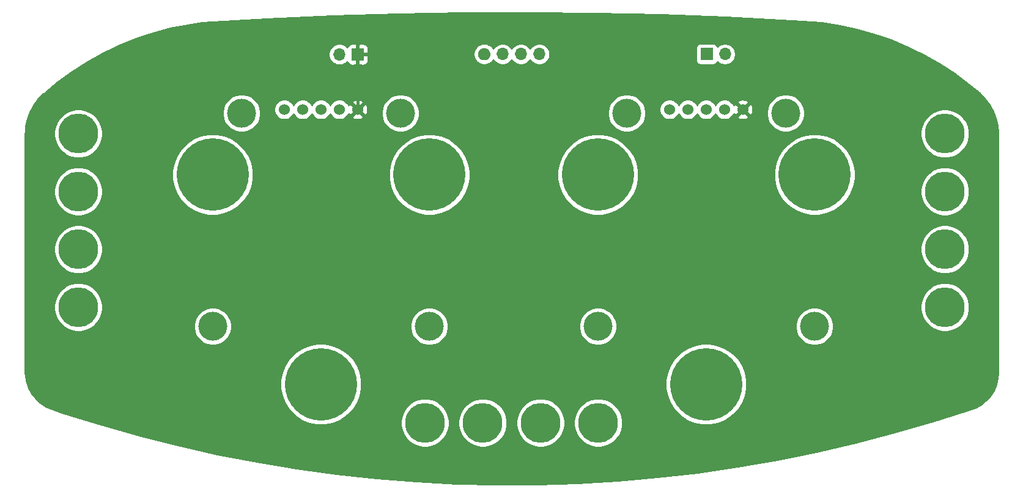
<source format=gbl>
G04 #@! TF.GenerationSoftware,KiCad,Pcbnew,5.1.5+dfsg1-2build2*
G04 #@! TF.CreationDate,2021-11-01T16:20:09+01:00*
G04 #@! TF.ProjectId,joystick-board,6a6f7973-7469-4636-9b2d-626f6172642e,rev?*
G04 #@! TF.SameCoordinates,Original*
G04 #@! TF.FileFunction,Copper,L2,Bot*
G04 #@! TF.FilePolarity,Positive*
%FSLAX46Y46*%
G04 Gerber Fmt 4.6, Leading zero omitted, Abs format (unit mm)*
G04 Created by KiCad (PCBNEW 5.1.5+dfsg1-2build2) date 2021-11-01 16:20:09*
%MOMM*%
%LPD*%
G04 APERTURE LIST*
%ADD10O,1.700000X1.700000*%
%ADD11R,1.700000X1.700000*%
%ADD12C,4.000000*%
%ADD13C,10.000000*%
%ADD14C,1.524000*%
%ADD15C,5.500000*%
%ADD16C,0.100000*%
%ADD17C,0.400000*%
%ADD18C,0.254000*%
G04 APERTURE END LIST*
D10*
X157540000Y-66000000D03*
D11*
X155000000Y-66000000D03*
D12*
X139940000Y-103660000D03*
X169940000Y-103660000D03*
D13*
X154940000Y-111660000D03*
D14*
X160020000Y-73660000D03*
X154940000Y-73660000D03*
X157480000Y-73660000D03*
X152400000Y-73660000D03*
X149860000Y-73660000D03*
D12*
X165940000Y-74160000D03*
X143940000Y-74160000D03*
D13*
X169940000Y-82660000D03*
X139940000Y-82660000D03*
X86600000Y-82660000D03*
X116600000Y-82660000D03*
D12*
X90600000Y-74160000D03*
X112600000Y-74160000D03*
D14*
X96520000Y-73660000D03*
X99060000Y-73660000D03*
X104140000Y-73660000D03*
X101600000Y-73660000D03*
X106680000Y-73660000D03*
D13*
X101600000Y-111660000D03*
D12*
X116600000Y-103660000D03*
X86600000Y-103660000D03*
D15*
X140000000Y-117000000D03*
X132000000Y-117000000D03*
X124000000Y-117000000D03*
X116000000Y-117000000D03*
X188000000Y-101000000D03*
X188000000Y-93000000D03*
X188000000Y-85000000D03*
X188000000Y-77000000D03*
X68000000Y-101000000D03*
X68000000Y-93000000D03*
X68000000Y-85000000D03*
X68000000Y-77000000D03*
D10*
X131820000Y-66000000D03*
X129280000Y-66000000D03*
X126740000Y-66000000D03*
G04 #@! TA.AperFunction,ComponentPad*
D16*
G36*
X123359200Y-65875279D02*
G01*
X123375473Y-65793467D01*
X123399688Y-65713644D01*
X123431609Y-65636578D01*
X123470931Y-65563013D01*
X123517274Y-65493656D01*
X123570192Y-65429175D01*
X123629175Y-65370192D01*
X123693656Y-65317274D01*
X123763013Y-65270931D01*
X123836578Y-65231609D01*
X123913644Y-65199688D01*
X123993467Y-65175473D01*
X124075279Y-65159200D01*
X124158292Y-65151024D01*
X124241708Y-65151024D01*
X124324721Y-65159200D01*
X124406533Y-65175473D01*
X124486356Y-65199688D01*
X124563422Y-65231609D01*
X124636987Y-65270931D01*
X124706344Y-65317274D01*
X124770825Y-65370192D01*
X124829808Y-65429175D01*
X124882726Y-65493656D01*
X124929069Y-65563013D01*
X124968391Y-65636578D01*
X125000312Y-65713644D01*
X125024527Y-65793467D01*
X125040800Y-65875279D01*
X125048976Y-65958292D01*
X125048976Y-66041708D01*
X125040800Y-66124721D01*
X125024527Y-66206533D01*
X125000312Y-66286356D01*
X124968391Y-66363422D01*
X124929069Y-66436987D01*
X124882726Y-66506344D01*
X124829808Y-66570825D01*
X124770825Y-66629808D01*
X124706344Y-66682726D01*
X124636987Y-66729069D01*
X124563422Y-66768391D01*
X124486356Y-66800312D01*
X124406533Y-66824527D01*
X124324721Y-66840800D01*
X124241708Y-66848976D01*
X124158292Y-66848976D01*
X124075279Y-66840800D01*
X123993467Y-66824527D01*
X123913644Y-66800312D01*
X123836578Y-66768391D01*
X123763013Y-66729069D01*
X123693656Y-66682726D01*
X123629175Y-66629808D01*
X123570192Y-66570825D01*
X123517274Y-66506344D01*
X123470931Y-66436987D01*
X123431609Y-66363422D01*
X123399688Y-66286356D01*
X123375473Y-66206533D01*
X123359200Y-66124721D01*
X123351024Y-66041708D01*
X123351024Y-65958292D01*
X123359200Y-65875279D01*
G37*
G04 #@! TD.AperFunction*
D11*
X106680000Y-66040000D03*
D10*
X104140000Y-66040000D03*
D17*
X106680000Y-73660000D02*
X106680000Y-66040000D01*
X106680000Y-73660000D02*
X109340000Y-71000000D01*
X157360000Y-71000000D02*
X160020000Y-73660000D01*
X109340000Y-71000000D02*
X157360000Y-71000000D01*
D18*
G36*
X139529792Y-60344055D02*
G01*
X148613268Y-60568460D01*
X157692735Y-60919669D01*
X166767512Y-61397670D01*
X170928898Y-61659483D01*
X173373391Y-62033672D01*
X175799520Y-62558351D01*
X178189093Y-63230163D01*
X180533201Y-64046603D01*
X182823095Y-65004625D01*
X185050228Y-66100654D01*
X187206298Y-67330601D01*
X189283263Y-68689884D01*
X191275104Y-70174716D01*
X192762274Y-71415015D01*
X193513150Y-72156806D01*
X194140557Y-72981926D01*
X194645448Y-73887225D01*
X195017746Y-74854635D01*
X195250019Y-75864846D01*
X195339418Y-76918720D01*
X195340001Y-77002446D01*
X195340000Y-109972911D01*
X195266098Y-110871802D01*
X195052999Y-111720180D01*
X194704197Y-112522371D01*
X194229062Y-113256818D01*
X193640354Y-113903799D01*
X192953875Y-114445946D01*
X192178861Y-114873778D01*
X191676232Y-115069921D01*
X186382804Y-116771085D01*
X181033403Y-118326848D01*
X175642610Y-119732651D01*
X170214717Y-120987375D01*
X164753877Y-122090058D01*
X159264389Y-123039835D01*
X153750545Y-123835962D01*
X148216569Y-124477830D01*
X142666885Y-124964925D01*
X137105766Y-125296873D01*
X131537462Y-125473419D01*
X125966482Y-125494420D01*
X120397081Y-125359862D01*
X114833587Y-125069847D01*
X109280332Y-124624603D01*
X103741763Y-124024484D01*
X98222012Y-123269942D01*
X92725518Y-122361579D01*
X87256542Y-121300100D01*
X81819331Y-120086333D01*
X76418136Y-118721223D01*
X71057154Y-117205834D01*
X65737329Y-115540331D01*
X64336856Y-115074456D01*
X63507654Y-114720173D01*
X62770194Y-114249727D01*
X62119475Y-113665154D01*
X61572967Y-112982148D01*
X61145348Y-112219050D01*
X60848109Y-111396367D01*
X60794292Y-111105001D01*
X95965000Y-111105001D01*
X95965000Y-112214999D01*
X96181550Y-113303669D01*
X96606328Y-114329173D01*
X97223010Y-115252103D01*
X98007897Y-116036990D01*
X98930827Y-116653672D01*
X99956331Y-117078450D01*
X101045001Y-117295000D01*
X102154999Y-117295000D01*
X103243669Y-117078450D01*
X104237945Y-116666607D01*
X112615000Y-116666607D01*
X112615000Y-117333393D01*
X112745083Y-117987368D01*
X113000252Y-118603399D01*
X113370698Y-119157812D01*
X113842188Y-119629302D01*
X114396601Y-119999748D01*
X115012632Y-120254917D01*
X115666607Y-120385000D01*
X116333393Y-120385000D01*
X116987368Y-120254917D01*
X117603399Y-119999748D01*
X118157812Y-119629302D01*
X118629302Y-119157812D01*
X118999748Y-118603399D01*
X119254917Y-117987368D01*
X119385000Y-117333393D01*
X119385000Y-116666607D01*
X120615000Y-116666607D01*
X120615000Y-117333393D01*
X120745083Y-117987368D01*
X121000252Y-118603399D01*
X121370698Y-119157812D01*
X121842188Y-119629302D01*
X122396601Y-119999748D01*
X123012632Y-120254917D01*
X123666607Y-120385000D01*
X124333393Y-120385000D01*
X124987368Y-120254917D01*
X125603399Y-119999748D01*
X126157812Y-119629302D01*
X126629302Y-119157812D01*
X126999748Y-118603399D01*
X127254917Y-117987368D01*
X127385000Y-117333393D01*
X127385000Y-116666607D01*
X128615000Y-116666607D01*
X128615000Y-117333393D01*
X128745083Y-117987368D01*
X129000252Y-118603399D01*
X129370698Y-119157812D01*
X129842188Y-119629302D01*
X130396601Y-119999748D01*
X131012632Y-120254917D01*
X131666607Y-120385000D01*
X132333393Y-120385000D01*
X132987368Y-120254917D01*
X133603399Y-119999748D01*
X134157812Y-119629302D01*
X134629302Y-119157812D01*
X134999748Y-118603399D01*
X135254917Y-117987368D01*
X135385000Y-117333393D01*
X135385000Y-116666607D01*
X136615000Y-116666607D01*
X136615000Y-117333393D01*
X136745083Y-117987368D01*
X137000252Y-118603399D01*
X137370698Y-119157812D01*
X137842188Y-119629302D01*
X138396601Y-119999748D01*
X139012632Y-120254917D01*
X139666607Y-120385000D01*
X140333393Y-120385000D01*
X140987368Y-120254917D01*
X141603399Y-119999748D01*
X142157812Y-119629302D01*
X142629302Y-119157812D01*
X142999748Y-118603399D01*
X143254917Y-117987368D01*
X143385000Y-117333393D01*
X143385000Y-116666607D01*
X143254917Y-116012632D01*
X142999748Y-115396601D01*
X142629302Y-114842188D01*
X142157812Y-114370698D01*
X141603399Y-114000252D01*
X140987368Y-113745083D01*
X140333393Y-113615000D01*
X139666607Y-113615000D01*
X139012632Y-113745083D01*
X138396601Y-114000252D01*
X137842188Y-114370698D01*
X137370698Y-114842188D01*
X137000252Y-115396601D01*
X136745083Y-116012632D01*
X136615000Y-116666607D01*
X135385000Y-116666607D01*
X135254917Y-116012632D01*
X134999748Y-115396601D01*
X134629302Y-114842188D01*
X134157812Y-114370698D01*
X133603399Y-114000252D01*
X132987368Y-113745083D01*
X132333393Y-113615000D01*
X131666607Y-113615000D01*
X131012632Y-113745083D01*
X130396601Y-114000252D01*
X129842188Y-114370698D01*
X129370698Y-114842188D01*
X129000252Y-115396601D01*
X128745083Y-116012632D01*
X128615000Y-116666607D01*
X127385000Y-116666607D01*
X127254917Y-116012632D01*
X126999748Y-115396601D01*
X126629302Y-114842188D01*
X126157812Y-114370698D01*
X125603399Y-114000252D01*
X124987368Y-113745083D01*
X124333393Y-113615000D01*
X123666607Y-113615000D01*
X123012632Y-113745083D01*
X122396601Y-114000252D01*
X121842188Y-114370698D01*
X121370698Y-114842188D01*
X121000252Y-115396601D01*
X120745083Y-116012632D01*
X120615000Y-116666607D01*
X119385000Y-116666607D01*
X119254917Y-116012632D01*
X118999748Y-115396601D01*
X118629302Y-114842188D01*
X118157812Y-114370698D01*
X117603399Y-114000252D01*
X116987368Y-113745083D01*
X116333393Y-113615000D01*
X115666607Y-113615000D01*
X115012632Y-113745083D01*
X114396601Y-114000252D01*
X113842188Y-114370698D01*
X113370698Y-114842188D01*
X113000252Y-115396601D01*
X112745083Y-116012632D01*
X112615000Y-116666607D01*
X104237945Y-116666607D01*
X104269173Y-116653672D01*
X105192103Y-116036990D01*
X105976990Y-115252103D01*
X106593672Y-114329173D01*
X107018450Y-113303669D01*
X107235000Y-112214999D01*
X107235000Y-111105001D01*
X149305000Y-111105001D01*
X149305000Y-112214999D01*
X149521550Y-113303669D01*
X149946328Y-114329173D01*
X150563010Y-115252103D01*
X151347897Y-116036990D01*
X152270827Y-116653672D01*
X153296331Y-117078450D01*
X154385001Y-117295000D01*
X155494999Y-117295000D01*
X156583669Y-117078450D01*
X157609173Y-116653672D01*
X158532103Y-116036990D01*
X159316990Y-115252103D01*
X159933672Y-114329173D01*
X160358450Y-113303669D01*
X160575000Y-112214999D01*
X160575000Y-111105001D01*
X160358450Y-110016331D01*
X159933672Y-108990827D01*
X159316990Y-108067897D01*
X158532103Y-107283010D01*
X157609173Y-106666328D01*
X156583669Y-106241550D01*
X155494999Y-106025000D01*
X154385001Y-106025000D01*
X153296331Y-106241550D01*
X152270827Y-106666328D01*
X151347897Y-107283010D01*
X150563010Y-108067897D01*
X149946328Y-108990827D01*
X149521550Y-110016331D01*
X149305000Y-111105001D01*
X107235000Y-111105001D01*
X107018450Y-110016331D01*
X106593672Y-108990827D01*
X105976990Y-108067897D01*
X105192103Y-107283010D01*
X104269173Y-106666328D01*
X103243669Y-106241550D01*
X102154999Y-106025000D01*
X101045001Y-106025000D01*
X99956331Y-106241550D01*
X98930827Y-106666328D01*
X98007897Y-107283010D01*
X97223010Y-108067897D01*
X96606328Y-108990827D01*
X96181550Y-110016331D01*
X95965000Y-111105001D01*
X60794292Y-111105001D01*
X60687312Y-110525823D01*
X60660000Y-109983393D01*
X60660000Y-100666607D01*
X64615000Y-100666607D01*
X64615000Y-101333393D01*
X64745083Y-101987368D01*
X65000252Y-102603399D01*
X65370698Y-103157812D01*
X65842188Y-103629302D01*
X66396601Y-103999748D01*
X67012632Y-104254917D01*
X67666607Y-104385000D01*
X68333393Y-104385000D01*
X68987368Y-104254917D01*
X69603399Y-103999748D01*
X70157812Y-103629302D01*
X70386639Y-103400475D01*
X83965000Y-103400475D01*
X83965000Y-103919525D01*
X84066261Y-104428601D01*
X84264893Y-104908141D01*
X84553262Y-105339715D01*
X84920285Y-105706738D01*
X85351859Y-105995107D01*
X85831399Y-106193739D01*
X86340475Y-106295000D01*
X86859525Y-106295000D01*
X87368601Y-106193739D01*
X87848141Y-105995107D01*
X88279715Y-105706738D01*
X88646738Y-105339715D01*
X88935107Y-104908141D01*
X89133739Y-104428601D01*
X89235000Y-103919525D01*
X89235000Y-103400475D01*
X113965000Y-103400475D01*
X113965000Y-103919525D01*
X114066261Y-104428601D01*
X114264893Y-104908141D01*
X114553262Y-105339715D01*
X114920285Y-105706738D01*
X115351859Y-105995107D01*
X115831399Y-106193739D01*
X116340475Y-106295000D01*
X116859525Y-106295000D01*
X117368601Y-106193739D01*
X117848141Y-105995107D01*
X118279715Y-105706738D01*
X118646738Y-105339715D01*
X118935107Y-104908141D01*
X119133739Y-104428601D01*
X119235000Y-103919525D01*
X119235000Y-103400475D01*
X137305000Y-103400475D01*
X137305000Y-103919525D01*
X137406261Y-104428601D01*
X137604893Y-104908141D01*
X137893262Y-105339715D01*
X138260285Y-105706738D01*
X138691859Y-105995107D01*
X139171399Y-106193739D01*
X139680475Y-106295000D01*
X140199525Y-106295000D01*
X140708601Y-106193739D01*
X141188141Y-105995107D01*
X141619715Y-105706738D01*
X141986738Y-105339715D01*
X142275107Y-104908141D01*
X142473739Y-104428601D01*
X142575000Y-103919525D01*
X142575000Y-103400475D01*
X167305000Y-103400475D01*
X167305000Y-103919525D01*
X167406261Y-104428601D01*
X167604893Y-104908141D01*
X167893262Y-105339715D01*
X168260285Y-105706738D01*
X168691859Y-105995107D01*
X169171399Y-106193739D01*
X169680475Y-106295000D01*
X170199525Y-106295000D01*
X170708601Y-106193739D01*
X171188141Y-105995107D01*
X171619715Y-105706738D01*
X171986738Y-105339715D01*
X172275107Y-104908141D01*
X172473739Y-104428601D01*
X172575000Y-103919525D01*
X172575000Y-103400475D01*
X172473739Y-102891399D01*
X172275107Y-102411859D01*
X171986738Y-101980285D01*
X171619715Y-101613262D01*
X171188141Y-101324893D01*
X170708601Y-101126261D01*
X170199525Y-101025000D01*
X169680475Y-101025000D01*
X169171399Y-101126261D01*
X168691859Y-101324893D01*
X168260285Y-101613262D01*
X167893262Y-101980285D01*
X167604893Y-102411859D01*
X167406261Y-102891399D01*
X167305000Y-103400475D01*
X142575000Y-103400475D01*
X142473739Y-102891399D01*
X142275107Y-102411859D01*
X141986738Y-101980285D01*
X141619715Y-101613262D01*
X141188141Y-101324893D01*
X140708601Y-101126261D01*
X140199525Y-101025000D01*
X139680475Y-101025000D01*
X139171399Y-101126261D01*
X138691859Y-101324893D01*
X138260285Y-101613262D01*
X137893262Y-101980285D01*
X137604893Y-102411859D01*
X137406261Y-102891399D01*
X137305000Y-103400475D01*
X119235000Y-103400475D01*
X119133739Y-102891399D01*
X118935107Y-102411859D01*
X118646738Y-101980285D01*
X118279715Y-101613262D01*
X117848141Y-101324893D01*
X117368601Y-101126261D01*
X116859525Y-101025000D01*
X116340475Y-101025000D01*
X115831399Y-101126261D01*
X115351859Y-101324893D01*
X114920285Y-101613262D01*
X114553262Y-101980285D01*
X114264893Y-102411859D01*
X114066261Y-102891399D01*
X113965000Y-103400475D01*
X89235000Y-103400475D01*
X89133739Y-102891399D01*
X88935107Y-102411859D01*
X88646738Y-101980285D01*
X88279715Y-101613262D01*
X87848141Y-101324893D01*
X87368601Y-101126261D01*
X86859525Y-101025000D01*
X86340475Y-101025000D01*
X85831399Y-101126261D01*
X85351859Y-101324893D01*
X84920285Y-101613262D01*
X84553262Y-101980285D01*
X84264893Y-102411859D01*
X84066261Y-102891399D01*
X83965000Y-103400475D01*
X70386639Y-103400475D01*
X70629302Y-103157812D01*
X70999748Y-102603399D01*
X71254917Y-101987368D01*
X71385000Y-101333393D01*
X71385000Y-100666607D01*
X184615000Y-100666607D01*
X184615000Y-101333393D01*
X184745083Y-101987368D01*
X185000252Y-102603399D01*
X185370698Y-103157812D01*
X185842188Y-103629302D01*
X186396601Y-103999748D01*
X187012632Y-104254917D01*
X187666607Y-104385000D01*
X188333393Y-104385000D01*
X188987368Y-104254917D01*
X189603399Y-103999748D01*
X190157812Y-103629302D01*
X190629302Y-103157812D01*
X190999748Y-102603399D01*
X191254917Y-101987368D01*
X191385000Y-101333393D01*
X191385000Y-100666607D01*
X191254917Y-100012632D01*
X190999748Y-99396601D01*
X190629302Y-98842188D01*
X190157812Y-98370698D01*
X189603399Y-98000252D01*
X188987368Y-97745083D01*
X188333393Y-97615000D01*
X187666607Y-97615000D01*
X187012632Y-97745083D01*
X186396601Y-98000252D01*
X185842188Y-98370698D01*
X185370698Y-98842188D01*
X185000252Y-99396601D01*
X184745083Y-100012632D01*
X184615000Y-100666607D01*
X71385000Y-100666607D01*
X71254917Y-100012632D01*
X70999748Y-99396601D01*
X70629302Y-98842188D01*
X70157812Y-98370698D01*
X69603399Y-98000252D01*
X68987368Y-97745083D01*
X68333393Y-97615000D01*
X67666607Y-97615000D01*
X67012632Y-97745083D01*
X66396601Y-98000252D01*
X65842188Y-98370698D01*
X65370698Y-98842188D01*
X65000252Y-99396601D01*
X64745083Y-100012632D01*
X64615000Y-100666607D01*
X60660000Y-100666607D01*
X60660000Y-92666607D01*
X64615000Y-92666607D01*
X64615000Y-93333393D01*
X64745083Y-93987368D01*
X65000252Y-94603399D01*
X65370698Y-95157812D01*
X65842188Y-95629302D01*
X66396601Y-95999748D01*
X67012632Y-96254917D01*
X67666607Y-96385000D01*
X68333393Y-96385000D01*
X68987368Y-96254917D01*
X69603399Y-95999748D01*
X70157812Y-95629302D01*
X70629302Y-95157812D01*
X70999748Y-94603399D01*
X71254917Y-93987368D01*
X71385000Y-93333393D01*
X71385000Y-92666607D01*
X184615000Y-92666607D01*
X184615000Y-93333393D01*
X184745083Y-93987368D01*
X185000252Y-94603399D01*
X185370698Y-95157812D01*
X185842188Y-95629302D01*
X186396601Y-95999748D01*
X187012632Y-96254917D01*
X187666607Y-96385000D01*
X188333393Y-96385000D01*
X188987368Y-96254917D01*
X189603399Y-95999748D01*
X190157812Y-95629302D01*
X190629302Y-95157812D01*
X190999748Y-94603399D01*
X191254917Y-93987368D01*
X191385000Y-93333393D01*
X191385000Y-92666607D01*
X191254917Y-92012632D01*
X190999748Y-91396601D01*
X190629302Y-90842188D01*
X190157812Y-90370698D01*
X189603399Y-90000252D01*
X188987368Y-89745083D01*
X188333393Y-89615000D01*
X187666607Y-89615000D01*
X187012632Y-89745083D01*
X186396601Y-90000252D01*
X185842188Y-90370698D01*
X185370698Y-90842188D01*
X185000252Y-91396601D01*
X184745083Y-92012632D01*
X184615000Y-92666607D01*
X71385000Y-92666607D01*
X71254917Y-92012632D01*
X70999748Y-91396601D01*
X70629302Y-90842188D01*
X70157812Y-90370698D01*
X69603399Y-90000252D01*
X68987368Y-89745083D01*
X68333393Y-89615000D01*
X67666607Y-89615000D01*
X67012632Y-89745083D01*
X66396601Y-90000252D01*
X65842188Y-90370698D01*
X65370698Y-90842188D01*
X65000252Y-91396601D01*
X64745083Y-92012632D01*
X64615000Y-92666607D01*
X60660000Y-92666607D01*
X60660000Y-84666607D01*
X64615000Y-84666607D01*
X64615000Y-85333393D01*
X64745083Y-85987368D01*
X65000252Y-86603399D01*
X65370698Y-87157812D01*
X65842188Y-87629302D01*
X66396601Y-87999748D01*
X67012632Y-88254917D01*
X67666607Y-88385000D01*
X68333393Y-88385000D01*
X68987368Y-88254917D01*
X69603399Y-87999748D01*
X70157812Y-87629302D01*
X70629302Y-87157812D01*
X70999748Y-86603399D01*
X71254917Y-85987368D01*
X71385000Y-85333393D01*
X71385000Y-84666607D01*
X71254917Y-84012632D01*
X70999748Y-83396601D01*
X70629302Y-82842188D01*
X70157812Y-82370698D01*
X69760168Y-82105001D01*
X80965000Y-82105001D01*
X80965000Y-83214999D01*
X81181550Y-84303669D01*
X81606328Y-85329173D01*
X82223010Y-86252103D01*
X83007897Y-87036990D01*
X83930827Y-87653672D01*
X84956331Y-88078450D01*
X86045001Y-88295000D01*
X87154999Y-88295000D01*
X88243669Y-88078450D01*
X89269173Y-87653672D01*
X90192103Y-87036990D01*
X90976990Y-86252103D01*
X91593672Y-85329173D01*
X92018450Y-84303669D01*
X92235000Y-83214999D01*
X92235000Y-82105001D01*
X110965000Y-82105001D01*
X110965000Y-83214999D01*
X111181550Y-84303669D01*
X111606328Y-85329173D01*
X112223010Y-86252103D01*
X113007897Y-87036990D01*
X113930827Y-87653672D01*
X114956331Y-88078450D01*
X116045001Y-88295000D01*
X117154999Y-88295000D01*
X118243669Y-88078450D01*
X119269173Y-87653672D01*
X120192103Y-87036990D01*
X120976990Y-86252103D01*
X121593672Y-85329173D01*
X122018450Y-84303669D01*
X122235000Y-83214999D01*
X122235000Y-82105001D01*
X134305000Y-82105001D01*
X134305000Y-83214999D01*
X134521550Y-84303669D01*
X134946328Y-85329173D01*
X135563010Y-86252103D01*
X136347897Y-87036990D01*
X137270827Y-87653672D01*
X138296331Y-88078450D01*
X139385001Y-88295000D01*
X140494999Y-88295000D01*
X141583669Y-88078450D01*
X142609173Y-87653672D01*
X143532103Y-87036990D01*
X144316990Y-86252103D01*
X144933672Y-85329173D01*
X145358450Y-84303669D01*
X145575000Y-83214999D01*
X145575000Y-82105001D01*
X164305000Y-82105001D01*
X164305000Y-83214999D01*
X164521550Y-84303669D01*
X164946328Y-85329173D01*
X165563010Y-86252103D01*
X166347897Y-87036990D01*
X167270827Y-87653672D01*
X168296331Y-88078450D01*
X169385001Y-88295000D01*
X170494999Y-88295000D01*
X171583669Y-88078450D01*
X172609173Y-87653672D01*
X173532103Y-87036990D01*
X174316990Y-86252103D01*
X174933672Y-85329173D01*
X175208116Y-84666607D01*
X184615000Y-84666607D01*
X184615000Y-85333393D01*
X184745083Y-85987368D01*
X185000252Y-86603399D01*
X185370698Y-87157812D01*
X185842188Y-87629302D01*
X186396601Y-87999748D01*
X187012632Y-88254917D01*
X187666607Y-88385000D01*
X188333393Y-88385000D01*
X188987368Y-88254917D01*
X189603399Y-87999748D01*
X190157812Y-87629302D01*
X190629302Y-87157812D01*
X190999748Y-86603399D01*
X191254917Y-85987368D01*
X191385000Y-85333393D01*
X191385000Y-84666607D01*
X191254917Y-84012632D01*
X190999748Y-83396601D01*
X190629302Y-82842188D01*
X190157812Y-82370698D01*
X189603399Y-82000252D01*
X188987368Y-81745083D01*
X188333393Y-81615000D01*
X187666607Y-81615000D01*
X187012632Y-81745083D01*
X186396601Y-82000252D01*
X185842188Y-82370698D01*
X185370698Y-82842188D01*
X185000252Y-83396601D01*
X184745083Y-84012632D01*
X184615000Y-84666607D01*
X175208116Y-84666607D01*
X175358450Y-84303669D01*
X175575000Y-83214999D01*
X175575000Y-82105001D01*
X175358450Y-81016331D01*
X174933672Y-79990827D01*
X174316990Y-79067897D01*
X173532103Y-78283010D01*
X172609173Y-77666328D01*
X171583669Y-77241550D01*
X170494999Y-77025000D01*
X169385001Y-77025000D01*
X168296331Y-77241550D01*
X167270827Y-77666328D01*
X166347897Y-78283010D01*
X165563010Y-79067897D01*
X164946328Y-79990827D01*
X164521550Y-81016331D01*
X164305000Y-82105001D01*
X145575000Y-82105001D01*
X145358450Y-81016331D01*
X144933672Y-79990827D01*
X144316990Y-79067897D01*
X143532103Y-78283010D01*
X142609173Y-77666328D01*
X141583669Y-77241550D01*
X140494999Y-77025000D01*
X139385001Y-77025000D01*
X138296331Y-77241550D01*
X137270827Y-77666328D01*
X136347897Y-78283010D01*
X135563010Y-79067897D01*
X134946328Y-79990827D01*
X134521550Y-81016331D01*
X134305000Y-82105001D01*
X122235000Y-82105001D01*
X122018450Y-81016331D01*
X121593672Y-79990827D01*
X120976990Y-79067897D01*
X120192103Y-78283010D01*
X119269173Y-77666328D01*
X118243669Y-77241550D01*
X117154999Y-77025000D01*
X116045001Y-77025000D01*
X114956331Y-77241550D01*
X113930827Y-77666328D01*
X113007897Y-78283010D01*
X112223010Y-79067897D01*
X111606328Y-79990827D01*
X111181550Y-81016331D01*
X110965000Y-82105001D01*
X92235000Y-82105001D01*
X92018450Y-81016331D01*
X91593672Y-79990827D01*
X90976990Y-79067897D01*
X90192103Y-78283010D01*
X89269173Y-77666328D01*
X88243669Y-77241550D01*
X87154999Y-77025000D01*
X86045001Y-77025000D01*
X84956331Y-77241550D01*
X83930827Y-77666328D01*
X83007897Y-78283010D01*
X82223010Y-79067897D01*
X81606328Y-79990827D01*
X81181550Y-81016331D01*
X80965000Y-82105001D01*
X69760168Y-82105001D01*
X69603399Y-82000252D01*
X68987368Y-81745083D01*
X68333393Y-81615000D01*
X67666607Y-81615000D01*
X67012632Y-81745083D01*
X66396601Y-82000252D01*
X65842188Y-82370698D01*
X65370698Y-82842188D01*
X65000252Y-83396601D01*
X64745083Y-84012632D01*
X64615000Y-84666607D01*
X60660000Y-84666607D01*
X60660000Y-77023338D01*
X60685258Y-76666607D01*
X64615000Y-76666607D01*
X64615000Y-77333393D01*
X64745083Y-77987368D01*
X65000252Y-78603399D01*
X65370698Y-79157812D01*
X65842188Y-79629302D01*
X66396601Y-79999748D01*
X67012632Y-80254917D01*
X67666607Y-80385000D01*
X68333393Y-80385000D01*
X68987368Y-80254917D01*
X69603399Y-79999748D01*
X70157812Y-79629302D01*
X70629302Y-79157812D01*
X70999748Y-78603399D01*
X71254917Y-77987368D01*
X71385000Y-77333393D01*
X71385000Y-76666607D01*
X71254917Y-76012632D01*
X70999748Y-75396601D01*
X70629302Y-74842188D01*
X70157812Y-74370698D01*
X69603399Y-74000252D01*
X69362517Y-73900475D01*
X87965000Y-73900475D01*
X87965000Y-74419525D01*
X88066261Y-74928601D01*
X88264893Y-75408141D01*
X88553262Y-75839715D01*
X88920285Y-76206738D01*
X89351859Y-76495107D01*
X89831399Y-76693739D01*
X90340475Y-76795000D01*
X90859525Y-76795000D01*
X91368601Y-76693739D01*
X91848141Y-76495107D01*
X92279715Y-76206738D01*
X92646738Y-75839715D01*
X92935107Y-75408141D01*
X93133739Y-74928601D01*
X93235000Y-74419525D01*
X93235000Y-73900475D01*
X93159799Y-73522408D01*
X95123000Y-73522408D01*
X95123000Y-73797592D01*
X95176686Y-74067490D01*
X95281995Y-74321727D01*
X95434880Y-74550535D01*
X95629465Y-74745120D01*
X95858273Y-74898005D01*
X96112510Y-75003314D01*
X96382408Y-75057000D01*
X96657592Y-75057000D01*
X96927490Y-75003314D01*
X97181727Y-74898005D01*
X97410535Y-74745120D01*
X97605120Y-74550535D01*
X97758005Y-74321727D01*
X97790000Y-74244485D01*
X97821995Y-74321727D01*
X97974880Y-74550535D01*
X98169465Y-74745120D01*
X98398273Y-74898005D01*
X98652510Y-75003314D01*
X98922408Y-75057000D01*
X99197592Y-75057000D01*
X99467490Y-75003314D01*
X99721727Y-74898005D01*
X99950535Y-74745120D01*
X100145120Y-74550535D01*
X100298005Y-74321727D01*
X100330000Y-74244485D01*
X100361995Y-74321727D01*
X100514880Y-74550535D01*
X100709465Y-74745120D01*
X100938273Y-74898005D01*
X101192510Y-75003314D01*
X101462408Y-75057000D01*
X101737592Y-75057000D01*
X102007490Y-75003314D01*
X102261727Y-74898005D01*
X102490535Y-74745120D01*
X102685120Y-74550535D01*
X102838005Y-74321727D01*
X102870000Y-74244485D01*
X102901995Y-74321727D01*
X103054880Y-74550535D01*
X103249465Y-74745120D01*
X103478273Y-74898005D01*
X103732510Y-75003314D01*
X104002408Y-75057000D01*
X104277592Y-75057000D01*
X104547490Y-75003314D01*
X104801727Y-74898005D01*
X105030535Y-74745120D01*
X105150090Y-74625565D01*
X105894040Y-74625565D01*
X105961020Y-74865656D01*
X106210048Y-74982756D01*
X106477135Y-75049023D01*
X106752017Y-75061910D01*
X107024133Y-75020922D01*
X107283023Y-74927636D01*
X107398980Y-74865656D01*
X107465960Y-74625565D01*
X106680000Y-73839605D01*
X105894040Y-74625565D01*
X105150090Y-74625565D01*
X105225120Y-74550535D01*
X105378005Y-74321727D01*
X105407692Y-74250057D01*
X105412364Y-74263023D01*
X105474344Y-74378980D01*
X105714435Y-74445960D01*
X106500395Y-73660000D01*
X106859605Y-73660000D01*
X107645565Y-74445960D01*
X107885656Y-74378980D01*
X108002756Y-74129952D01*
X108059691Y-73900475D01*
X109965000Y-73900475D01*
X109965000Y-74419525D01*
X110066261Y-74928601D01*
X110264893Y-75408141D01*
X110553262Y-75839715D01*
X110920285Y-76206738D01*
X111351859Y-76495107D01*
X111831399Y-76693739D01*
X112340475Y-76795000D01*
X112859525Y-76795000D01*
X113368601Y-76693739D01*
X113848141Y-76495107D01*
X114279715Y-76206738D01*
X114646738Y-75839715D01*
X114935107Y-75408141D01*
X115133739Y-74928601D01*
X115235000Y-74419525D01*
X115235000Y-73900475D01*
X141305000Y-73900475D01*
X141305000Y-74419525D01*
X141406261Y-74928601D01*
X141604893Y-75408141D01*
X141893262Y-75839715D01*
X142260285Y-76206738D01*
X142691859Y-76495107D01*
X143171399Y-76693739D01*
X143680475Y-76795000D01*
X144199525Y-76795000D01*
X144708601Y-76693739D01*
X145188141Y-76495107D01*
X145619715Y-76206738D01*
X145986738Y-75839715D01*
X146275107Y-75408141D01*
X146473739Y-74928601D01*
X146575000Y-74419525D01*
X146575000Y-73900475D01*
X146499799Y-73522408D01*
X148463000Y-73522408D01*
X148463000Y-73797592D01*
X148516686Y-74067490D01*
X148621995Y-74321727D01*
X148774880Y-74550535D01*
X148969465Y-74745120D01*
X149198273Y-74898005D01*
X149452510Y-75003314D01*
X149722408Y-75057000D01*
X149997592Y-75057000D01*
X150267490Y-75003314D01*
X150521727Y-74898005D01*
X150750535Y-74745120D01*
X150945120Y-74550535D01*
X151098005Y-74321727D01*
X151130000Y-74244485D01*
X151161995Y-74321727D01*
X151314880Y-74550535D01*
X151509465Y-74745120D01*
X151738273Y-74898005D01*
X151992510Y-75003314D01*
X152262408Y-75057000D01*
X152537592Y-75057000D01*
X152807490Y-75003314D01*
X153061727Y-74898005D01*
X153290535Y-74745120D01*
X153485120Y-74550535D01*
X153638005Y-74321727D01*
X153670000Y-74244485D01*
X153701995Y-74321727D01*
X153854880Y-74550535D01*
X154049465Y-74745120D01*
X154278273Y-74898005D01*
X154532510Y-75003314D01*
X154802408Y-75057000D01*
X155077592Y-75057000D01*
X155347490Y-75003314D01*
X155601727Y-74898005D01*
X155830535Y-74745120D01*
X156025120Y-74550535D01*
X156178005Y-74321727D01*
X156210000Y-74244485D01*
X156241995Y-74321727D01*
X156394880Y-74550535D01*
X156589465Y-74745120D01*
X156818273Y-74898005D01*
X157072510Y-75003314D01*
X157342408Y-75057000D01*
X157617592Y-75057000D01*
X157887490Y-75003314D01*
X158141727Y-74898005D01*
X158370535Y-74745120D01*
X158490090Y-74625565D01*
X159234040Y-74625565D01*
X159301020Y-74865656D01*
X159550048Y-74982756D01*
X159817135Y-75049023D01*
X160092017Y-75061910D01*
X160364133Y-75020922D01*
X160623023Y-74927636D01*
X160738980Y-74865656D01*
X160805960Y-74625565D01*
X160020000Y-73839605D01*
X159234040Y-74625565D01*
X158490090Y-74625565D01*
X158565120Y-74550535D01*
X158718005Y-74321727D01*
X158747692Y-74250057D01*
X158752364Y-74263023D01*
X158814344Y-74378980D01*
X159054435Y-74445960D01*
X159840395Y-73660000D01*
X160199605Y-73660000D01*
X160985565Y-74445960D01*
X161225656Y-74378980D01*
X161342756Y-74129952D01*
X161399691Y-73900475D01*
X163305000Y-73900475D01*
X163305000Y-74419525D01*
X163406261Y-74928601D01*
X163604893Y-75408141D01*
X163893262Y-75839715D01*
X164260285Y-76206738D01*
X164691859Y-76495107D01*
X165171399Y-76693739D01*
X165680475Y-76795000D01*
X166199525Y-76795000D01*
X166708601Y-76693739D01*
X166774103Y-76666607D01*
X184615000Y-76666607D01*
X184615000Y-77333393D01*
X184745083Y-77987368D01*
X185000252Y-78603399D01*
X185370698Y-79157812D01*
X185842188Y-79629302D01*
X186396601Y-79999748D01*
X187012632Y-80254917D01*
X187666607Y-80385000D01*
X188333393Y-80385000D01*
X188987368Y-80254917D01*
X189603399Y-79999748D01*
X190157812Y-79629302D01*
X190629302Y-79157812D01*
X190999748Y-78603399D01*
X191254917Y-77987368D01*
X191385000Y-77333393D01*
X191385000Y-76666607D01*
X191254917Y-76012632D01*
X190999748Y-75396601D01*
X190629302Y-74842188D01*
X190157812Y-74370698D01*
X189603399Y-74000252D01*
X188987368Y-73745083D01*
X188333393Y-73615000D01*
X187666607Y-73615000D01*
X187012632Y-73745083D01*
X186396601Y-74000252D01*
X185842188Y-74370698D01*
X185370698Y-74842188D01*
X185000252Y-75396601D01*
X184745083Y-76012632D01*
X184615000Y-76666607D01*
X166774103Y-76666607D01*
X167188141Y-76495107D01*
X167619715Y-76206738D01*
X167986738Y-75839715D01*
X168275107Y-75408141D01*
X168473739Y-74928601D01*
X168575000Y-74419525D01*
X168575000Y-73900475D01*
X168473739Y-73391399D01*
X168275107Y-72911859D01*
X167986738Y-72480285D01*
X167619715Y-72113262D01*
X167188141Y-71824893D01*
X166708601Y-71626261D01*
X166199525Y-71525000D01*
X165680475Y-71525000D01*
X165171399Y-71626261D01*
X164691859Y-71824893D01*
X164260285Y-72113262D01*
X163893262Y-72480285D01*
X163604893Y-72911859D01*
X163406261Y-73391399D01*
X163305000Y-73900475D01*
X161399691Y-73900475D01*
X161409023Y-73862865D01*
X161421910Y-73587983D01*
X161380922Y-73315867D01*
X161287636Y-73056977D01*
X161225656Y-72941020D01*
X160985565Y-72874040D01*
X160199605Y-73660000D01*
X159840395Y-73660000D01*
X159054435Y-72874040D01*
X158814344Y-72941020D01*
X158750515Y-73076760D01*
X158718005Y-72998273D01*
X158565120Y-72769465D01*
X158490090Y-72694435D01*
X159234040Y-72694435D01*
X160020000Y-73480395D01*
X160805960Y-72694435D01*
X160738980Y-72454344D01*
X160489952Y-72337244D01*
X160222865Y-72270977D01*
X159947983Y-72258090D01*
X159675867Y-72299078D01*
X159416977Y-72392364D01*
X159301020Y-72454344D01*
X159234040Y-72694435D01*
X158490090Y-72694435D01*
X158370535Y-72574880D01*
X158141727Y-72421995D01*
X157887490Y-72316686D01*
X157617592Y-72263000D01*
X157342408Y-72263000D01*
X157072510Y-72316686D01*
X156818273Y-72421995D01*
X156589465Y-72574880D01*
X156394880Y-72769465D01*
X156241995Y-72998273D01*
X156210000Y-73075515D01*
X156178005Y-72998273D01*
X156025120Y-72769465D01*
X155830535Y-72574880D01*
X155601727Y-72421995D01*
X155347490Y-72316686D01*
X155077592Y-72263000D01*
X154802408Y-72263000D01*
X154532510Y-72316686D01*
X154278273Y-72421995D01*
X154049465Y-72574880D01*
X153854880Y-72769465D01*
X153701995Y-72998273D01*
X153670000Y-73075515D01*
X153638005Y-72998273D01*
X153485120Y-72769465D01*
X153290535Y-72574880D01*
X153061727Y-72421995D01*
X152807490Y-72316686D01*
X152537592Y-72263000D01*
X152262408Y-72263000D01*
X151992510Y-72316686D01*
X151738273Y-72421995D01*
X151509465Y-72574880D01*
X151314880Y-72769465D01*
X151161995Y-72998273D01*
X151130000Y-73075515D01*
X151098005Y-72998273D01*
X150945120Y-72769465D01*
X150750535Y-72574880D01*
X150521727Y-72421995D01*
X150267490Y-72316686D01*
X149997592Y-72263000D01*
X149722408Y-72263000D01*
X149452510Y-72316686D01*
X149198273Y-72421995D01*
X148969465Y-72574880D01*
X148774880Y-72769465D01*
X148621995Y-72998273D01*
X148516686Y-73252510D01*
X148463000Y-73522408D01*
X146499799Y-73522408D01*
X146473739Y-73391399D01*
X146275107Y-72911859D01*
X145986738Y-72480285D01*
X145619715Y-72113262D01*
X145188141Y-71824893D01*
X144708601Y-71626261D01*
X144199525Y-71525000D01*
X143680475Y-71525000D01*
X143171399Y-71626261D01*
X142691859Y-71824893D01*
X142260285Y-72113262D01*
X141893262Y-72480285D01*
X141604893Y-72911859D01*
X141406261Y-73391399D01*
X141305000Y-73900475D01*
X115235000Y-73900475D01*
X115133739Y-73391399D01*
X114935107Y-72911859D01*
X114646738Y-72480285D01*
X114279715Y-72113262D01*
X113848141Y-71824893D01*
X113368601Y-71626261D01*
X112859525Y-71525000D01*
X112340475Y-71525000D01*
X111831399Y-71626261D01*
X111351859Y-71824893D01*
X110920285Y-72113262D01*
X110553262Y-72480285D01*
X110264893Y-72911859D01*
X110066261Y-73391399D01*
X109965000Y-73900475D01*
X108059691Y-73900475D01*
X108069023Y-73862865D01*
X108081910Y-73587983D01*
X108040922Y-73315867D01*
X107947636Y-73056977D01*
X107885656Y-72941020D01*
X107645565Y-72874040D01*
X106859605Y-73660000D01*
X106500395Y-73660000D01*
X105714435Y-72874040D01*
X105474344Y-72941020D01*
X105410515Y-73076760D01*
X105378005Y-72998273D01*
X105225120Y-72769465D01*
X105150090Y-72694435D01*
X105894040Y-72694435D01*
X106680000Y-73480395D01*
X107465960Y-72694435D01*
X107398980Y-72454344D01*
X107149952Y-72337244D01*
X106882865Y-72270977D01*
X106607983Y-72258090D01*
X106335867Y-72299078D01*
X106076977Y-72392364D01*
X105961020Y-72454344D01*
X105894040Y-72694435D01*
X105150090Y-72694435D01*
X105030535Y-72574880D01*
X104801727Y-72421995D01*
X104547490Y-72316686D01*
X104277592Y-72263000D01*
X104002408Y-72263000D01*
X103732510Y-72316686D01*
X103478273Y-72421995D01*
X103249465Y-72574880D01*
X103054880Y-72769465D01*
X102901995Y-72998273D01*
X102870000Y-73075515D01*
X102838005Y-72998273D01*
X102685120Y-72769465D01*
X102490535Y-72574880D01*
X102261727Y-72421995D01*
X102007490Y-72316686D01*
X101737592Y-72263000D01*
X101462408Y-72263000D01*
X101192510Y-72316686D01*
X100938273Y-72421995D01*
X100709465Y-72574880D01*
X100514880Y-72769465D01*
X100361995Y-72998273D01*
X100330000Y-73075515D01*
X100298005Y-72998273D01*
X100145120Y-72769465D01*
X99950535Y-72574880D01*
X99721727Y-72421995D01*
X99467490Y-72316686D01*
X99197592Y-72263000D01*
X98922408Y-72263000D01*
X98652510Y-72316686D01*
X98398273Y-72421995D01*
X98169465Y-72574880D01*
X97974880Y-72769465D01*
X97821995Y-72998273D01*
X97790000Y-73075515D01*
X97758005Y-72998273D01*
X97605120Y-72769465D01*
X97410535Y-72574880D01*
X97181727Y-72421995D01*
X96927490Y-72316686D01*
X96657592Y-72263000D01*
X96382408Y-72263000D01*
X96112510Y-72316686D01*
X95858273Y-72421995D01*
X95629465Y-72574880D01*
X95434880Y-72769465D01*
X95281995Y-72998273D01*
X95176686Y-73252510D01*
X95123000Y-73522408D01*
X93159799Y-73522408D01*
X93133739Y-73391399D01*
X92935107Y-72911859D01*
X92646738Y-72480285D01*
X92279715Y-72113262D01*
X91848141Y-71824893D01*
X91368601Y-71626261D01*
X90859525Y-71525000D01*
X90340475Y-71525000D01*
X89831399Y-71626261D01*
X89351859Y-71824893D01*
X88920285Y-72113262D01*
X88553262Y-72480285D01*
X88264893Y-72911859D01*
X88066261Y-73391399D01*
X87965000Y-73900475D01*
X69362517Y-73900475D01*
X68987368Y-73745083D01*
X68333393Y-73615000D01*
X67666607Y-73615000D01*
X67012632Y-73745083D01*
X66396601Y-74000252D01*
X65842188Y-74370698D01*
X65370698Y-74842188D01*
X65000252Y-75396601D01*
X64745083Y-76012632D01*
X64615000Y-76666607D01*
X60685258Y-76666607D01*
X60734863Y-75966016D01*
X60953032Y-74952664D01*
X61311805Y-73980167D01*
X61804027Y-73067919D01*
X62419875Y-72234127D01*
X63161858Y-71480395D01*
X63219919Y-71429923D01*
X65145270Y-69845427D01*
X67154613Y-68388060D01*
X69249189Y-67056073D01*
X71350139Y-65893740D01*
X102655000Y-65893740D01*
X102655000Y-66186260D01*
X102712068Y-66473158D01*
X102824010Y-66743411D01*
X102986525Y-66986632D01*
X103193368Y-67193475D01*
X103436589Y-67355990D01*
X103706842Y-67467932D01*
X103993740Y-67525000D01*
X104286260Y-67525000D01*
X104573158Y-67467932D01*
X104843411Y-67355990D01*
X105086632Y-67193475D01*
X105218487Y-67061620D01*
X105240498Y-67134180D01*
X105299463Y-67244494D01*
X105378815Y-67341185D01*
X105475506Y-67420537D01*
X105585820Y-67479502D01*
X105705518Y-67515812D01*
X105830000Y-67528072D01*
X106394250Y-67525000D01*
X106553000Y-67366250D01*
X106553000Y-66167000D01*
X106807000Y-66167000D01*
X106807000Y-67366250D01*
X106965750Y-67525000D01*
X107530000Y-67528072D01*
X107654482Y-67515812D01*
X107774180Y-67479502D01*
X107884494Y-67420537D01*
X107981185Y-67341185D01*
X108060537Y-67244494D01*
X108119502Y-67134180D01*
X108155812Y-67014482D01*
X108168072Y-66890000D01*
X108165000Y-66325750D01*
X108006250Y-66167000D01*
X106807000Y-66167000D01*
X106553000Y-66167000D01*
X106533000Y-66167000D01*
X106533000Y-65916685D01*
X122716021Y-65916685D01*
X122716021Y-66083315D01*
X122728282Y-66207798D01*
X122760790Y-66371225D01*
X122797099Y-66490921D01*
X122860865Y-66644866D01*
X122919829Y-66755180D01*
X123012403Y-66893727D01*
X123091756Y-66990419D01*
X123209581Y-67108244D01*
X123306273Y-67187597D01*
X123444820Y-67280171D01*
X123555134Y-67339135D01*
X123709079Y-67402901D01*
X123828775Y-67439210D01*
X123992202Y-67471718D01*
X124116685Y-67483979D01*
X124283315Y-67483979D01*
X124407798Y-67471718D01*
X124571225Y-67439210D01*
X124690921Y-67402901D01*
X124844866Y-67339135D01*
X124955180Y-67280171D01*
X125093727Y-67187597D01*
X125190419Y-67108244D01*
X125308244Y-66990419D01*
X125387597Y-66893727D01*
X125469386Y-66771321D01*
X125586525Y-66946632D01*
X125793368Y-67153475D01*
X126036589Y-67315990D01*
X126306842Y-67427932D01*
X126593740Y-67485000D01*
X126886260Y-67485000D01*
X127173158Y-67427932D01*
X127443411Y-67315990D01*
X127686632Y-67153475D01*
X127893475Y-66946632D01*
X128010000Y-66772240D01*
X128126525Y-66946632D01*
X128333368Y-67153475D01*
X128576589Y-67315990D01*
X128846842Y-67427932D01*
X129133740Y-67485000D01*
X129426260Y-67485000D01*
X129713158Y-67427932D01*
X129983411Y-67315990D01*
X130226632Y-67153475D01*
X130433475Y-66946632D01*
X130550000Y-66772240D01*
X130666525Y-66946632D01*
X130873368Y-67153475D01*
X131116589Y-67315990D01*
X131386842Y-67427932D01*
X131673740Y-67485000D01*
X131966260Y-67485000D01*
X132253158Y-67427932D01*
X132523411Y-67315990D01*
X132766632Y-67153475D01*
X132973475Y-66946632D01*
X133135990Y-66703411D01*
X133247932Y-66433158D01*
X133305000Y-66146260D01*
X133305000Y-65853740D01*
X133247932Y-65566842D01*
X133135990Y-65296589D01*
X133038043Y-65150000D01*
X153511928Y-65150000D01*
X153511928Y-66850000D01*
X153524188Y-66974482D01*
X153560498Y-67094180D01*
X153619463Y-67204494D01*
X153698815Y-67301185D01*
X153795506Y-67380537D01*
X153905820Y-67439502D01*
X154025518Y-67475812D01*
X154150000Y-67488072D01*
X155850000Y-67488072D01*
X155974482Y-67475812D01*
X156094180Y-67439502D01*
X156204494Y-67380537D01*
X156301185Y-67301185D01*
X156380537Y-67204494D01*
X156439502Y-67094180D01*
X156461513Y-67021620D01*
X156593368Y-67153475D01*
X156836589Y-67315990D01*
X157106842Y-67427932D01*
X157393740Y-67485000D01*
X157686260Y-67485000D01*
X157973158Y-67427932D01*
X158243411Y-67315990D01*
X158486632Y-67153475D01*
X158693475Y-66946632D01*
X158855990Y-66703411D01*
X158967932Y-66433158D01*
X159025000Y-66146260D01*
X159025000Y-65853740D01*
X158967932Y-65566842D01*
X158855990Y-65296589D01*
X158693475Y-65053368D01*
X158486632Y-64846525D01*
X158243411Y-64684010D01*
X157973158Y-64572068D01*
X157686260Y-64515000D01*
X157393740Y-64515000D01*
X157106842Y-64572068D01*
X156836589Y-64684010D01*
X156593368Y-64846525D01*
X156461513Y-64978380D01*
X156439502Y-64905820D01*
X156380537Y-64795506D01*
X156301185Y-64698815D01*
X156204494Y-64619463D01*
X156094180Y-64560498D01*
X155974482Y-64524188D01*
X155850000Y-64511928D01*
X154150000Y-64511928D01*
X154025518Y-64524188D01*
X153905820Y-64560498D01*
X153795506Y-64619463D01*
X153698815Y-64698815D01*
X153619463Y-64795506D01*
X153560498Y-64905820D01*
X153524188Y-65025518D01*
X153511928Y-65150000D01*
X133038043Y-65150000D01*
X132973475Y-65053368D01*
X132766632Y-64846525D01*
X132523411Y-64684010D01*
X132253158Y-64572068D01*
X131966260Y-64515000D01*
X131673740Y-64515000D01*
X131386842Y-64572068D01*
X131116589Y-64684010D01*
X130873368Y-64846525D01*
X130666525Y-65053368D01*
X130550000Y-65227760D01*
X130433475Y-65053368D01*
X130226632Y-64846525D01*
X129983411Y-64684010D01*
X129713158Y-64572068D01*
X129426260Y-64515000D01*
X129133740Y-64515000D01*
X128846842Y-64572068D01*
X128576589Y-64684010D01*
X128333368Y-64846525D01*
X128126525Y-65053368D01*
X128010000Y-65227760D01*
X127893475Y-65053368D01*
X127686632Y-64846525D01*
X127443411Y-64684010D01*
X127173158Y-64572068D01*
X126886260Y-64515000D01*
X126593740Y-64515000D01*
X126306842Y-64572068D01*
X126036589Y-64684010D01*
X125793368Y-64846525D01*
X125586525Y-65053368D01*
X125469386Y-65228679D01*
X125387597Y-65106273D01*
X125308244Y-65009581D01*
X125190419Y-64891756D01*
X125093727Y-64812403D01*
X124955180Y-64719829D01*
X124844866Y-64660865D01*
X124690921Y-64597099D01*
X124571225Y-64560790D01*
X124407798Y-64528282D01*
X124283315Y-64516021D01*
X124116685Y-64516021D01*
X123992202Y-64528282D01*
X123828775Y-64560790D01*
X123709079Y-64597099D01*
X123555134Y-64660865D01*
X123444820Y-64719829D01*
X123306273Y-64812403D01*
X123209581Y-64891756D01*
X123091756Y-65009581D01*
X123012403Y-65106273D01*
X122919829Y-65244820D01*
X122860865Y-65355134D01*
X122797099Y-65509079D01*
X122760790Y-65628775D01*
X122728282Y-65792202D01*
X122716021Y-65916685D01*
X106533000Y-65916685D01*
X106533000Y-65913000D01*
X106553000Y-65913000D01*
X106553000Y-64713750D01*
X106807000Y-64713750D01*
X106807000Y-65913000D01*
X108006250Y-65913000D01*
X108165000Y-65754250D01*
X108168072Y-65190000D01*
X108155812Y-65065518D01*
X108119502Y-64945820D01*
X108060537Y-64835506D01*
X107981185Y-64738815D01*
X107884494Y-64659463D01*
X107774180Y-64600498D01*
X107654482Y-64564188D01*
X107530000Y-64551928D01*
X106965750Y-64555000D01*
X106807000Y-64713750D01*
X106553000Y-64713750D01*
X106394250Y-64555000D01*
X105830000Y-64551928D01*
X105705518Y-64564188D01*
X105585820Y-64600498D01*
X105475506Y-64659463D01*
X105378815Y-64738815D01*
X105299463Y-64835506D01*
X105240498Y-64945820D01*
X105218487Y-65018380D01*
X105086632Y-64886525D01*
X104843411Y-64724010D01*
X104573158Y-64612068D01*
X104286260Y-64555000D01*
X103993740Y-64555000D01*
X103706842Y-64612068D01*
X103436589Y-64724010D01*
X103193368Y-64886525D01*
X102986525Y-65093368D01*
X102824010Y-65336589D01*
X102712068Y-65606842D01*
X102655000Y-65893740D01*
X71350139Y-65893740D01*
X71421172Y-65854442D01*
X73662456Y-64787652D01*
X75964686Y-63859678D01*
X78319274Y-63073982D01*
X80717428Y-62433498D01*
X83152361Y-61940177D01*
X85067709Y-61659799D01*
X94114322Y-61124738D01*
X103191191Y-60714972D01*
X112273034Y-60431973D01*
X121357939Y-60275805D01*
X130444138Y-60246498D01*
X139529792Y-60344055D01*
G37*
X139529792Y-60344055D02*
X148613268Y-60568460D01*
X157692735Y-60919669D01*
X166767512Y-61397670D01*
X170928898Y-61659483D01*
X173373391Y-62033672D01*
X175799520Y-62558351D01*
X178189093Y-63230163D01*
X180533201Y-64046603D01*
X182823095Y-65004625D01*
X185050228Y-66100654D01*
X187206298Y-67330601D01*
X189283263Y-68689884D01*
X191275104Y-70174716D01*
X192762274Y-71415015D01*
X193513150Y-72156806D01*
X194140557Y-72981926D01*
X194645448Y-73887225D01*
X195017746Y-74854635D01*
X195250019Y-75864846D01*
X195339418Y-76918720D01*
X195340001Y-77002446D01*
X195340000Y-109972911D01*
X195266098Y-110871802D01*
X195052999Y-111720180D01*
X194704197Y-112522371D01*
X194229062Y-113256818D01*
X193640354Y-113903799D01*
X192953875Y-114445946D01*
X192178861Y-114873778D01*
X191676232Y-115069921D01*
X186382804Y-116771085D01*
X181033403Y-118326848D01*
X175642610Y-119732651D01*
X170214717Y-120987375D01*
X164753877Y-122090058D01*
X159264389Y-123039835D01*
X153750545Y-123835962D01*
X148216569Y-124477830D01*
X142666885Y-124964925D01*
X137105766Y-125296873D01*
X131537462Y-125473419D01*
X125966482Y-125494420D01*
X120397081Y-125359862D01*
X114833587Y-125069847D01*
X109280332Y-124624603D01*
X103741763Y-124024484D01*
X98222012Y-123269942D01*
X92725518Y-122361579D01*
X87256542Y-121300100D01*
X81819331Y-120086333D01*
X76418136Y-118721223D01*
X71057154Y-117205834D01*
X65737329Y-115540331D01*
X64336856Y-115074456D01*
X63507654Y-114720173D01*
X62770194Y-114249727D01*
X62119475Y-113665154D01*
X61572967Y-112982148D01*
X61145348Y-112219050D01*
X60848109Y-111396367D01*
X60794292Y-111105001D01*
X95965000Y-111105001D01*
X95965000Y-112214999D01*
X96181550Y-113303669D01*
X96606328Y-114329173D01*
X97223010Y-115252103D01*
X98007897Y-116036990D01*
X98930827Y-116653672D01*
X99956331Y-117078450D01*
X101045001Y-117295000D01*
X102154999Y-117295000D01*
X103243669Y-117078450D01*
X104237945Y-116666607D01*
X112615000Y-116666607D01*
X112615000Y-117333393D01*
X112745083Y-117987368D01*
X113000252Y-118603399D01*
X113370698Y-119157812D01*
X113842188Y-119629302D01*
X114396601Y-119999748D01*
X115012632Y-120254917D01*
X115666607Y-120385000D01*
X116333393Y-120385000D01*
X116987368Y-120254917D01*
X117603399Y-119999748D01*
X118157812Y-119629302D01*
X118629302Y-119157812D01*
X118999748Y-118603399D01*
X119254917Y-117987368D01*
X119385000Y-117333393D01*
X119385000Y-116666607D01*
X120615000Y-116666607D01*
X120615000Y-117333393D01*
X120745083Y-117987368D01*
X121000252Y-118603399D01*
X121370698Y-119157812D01*
X121842188Y-119629302D01*
X122396601Y-119999748D01*
X123012632Y-120254917D01*
X123666607Y-120385000D01*
X124333393Y-120385000D01*
X124987368Y-120254917D01*
X125603399Y-119999748D01*
X126157812Y-119629302D01*
X126629302Y-119157812D01*
X126999748Y-118603399D01*
X127254917Y-117987368D01*
X127385000Y-117333393D01*
X127385000Y-116666607D01*
X128615000Y-116666607D01*
X128615000Y-117333393D01*
X128745083Y-117987368D01*
X129000252Y-118603399D01*
X129370698Y-119157812D01*
X129842188Y-119629302D01*
X130396601Y-119999748D01*
X131012632Y-120254917D01*
X131666607Y-120385000D01*
X132333393Y-120385000D01*
X132987368Y-120254917D01*
X133603399Y-119999748D01*
X134157812Y-119629302D01*
X134629302Y-119157812D01*
X134999748Y-118603399D01*
X135254917Y-117987368D01*
X135385000Y-117333393D01*
X135385000Y-116666607D01*
X136615000Y-116666607D01*
X136615000Y-117333393D01*
X136745083Y-117987368D01*
X137000252Y-118603399D01*
X137370698Y-119157812D01*
X137842188Y-119629302D01*
X138396601Y-119999748D01*
X139012632Y-120254917D01*
X139666607Y-120385000D01*
X140333393Y-120385000D01*
X140987368Y-120254917D01*
X141603399Y-119999748D01*
X142157812Y-119629302D01*
X142629302Y-119157812D01*
X142999748Y-118603399D01*
X143254917Y-117987368D01*
X143385000Y-117333393D01*
X143385000Y-116666607D01*
X143254917Y-116012632D01*
X142999748Y-115396601D01*
X142629302Y-114842188D01*
X142157812Y-114370698D01*
X141603399Y-114000252D01*
X140987368Y-113745083D01*
X140333393Y-113615000D01*
X139666607Y-113615000D01*
X139012632Y-113745083D01*
X138396601Y-114000252D01*
X137842188Y-114370698D01*
X137370698Y-114842188D01*
X137000252Y-115396601D01*
X136745083Y-116012632D01*
X136615000Y-116666607D01*
X135385000Y-116666607D01*
X135254917Y-116012632D01*
X134999748Y-115396601D01*
X134629302Y-114842188D01*
X134157812Y-114370698D01*
X133603399Y-114000252D01*
X132987368Y-113745083D01*
X132333393Y-113615000D01*
X131666607Y-113615000D01*
X131012632Y-113745083D01*
X130396601Y-114000252D01*
X129842188Y-114370698D01*
X129370698Y-114842188D01*
X129000252Y-115396601D01*
X128745083Y-116012632D01*
X128615000Y-116666607D01*
X127385000Y-116666607D01*
X127254917Y-116012632D01*
X126999748Y-115396601D01*
X126629302Y-114842188D01*
X126157812Y-114370698D01*
X125603399Y-114000252D01*
X124987368Y-113745083D01*
X124333393Y-113615000D01*
X123666607Y-113615000D01*
X123012632Y-113745083D01*
X122396601Y-114000252D01*
X121842188Y-114370698D01*
X121370698Y-114842188D01*
X121000252Y-115396601D01*
X120745083Y-116012632D01*
X120615000Y-116666607D01*
X119385000Y-116666607D01*
X119254917Y-116012632D01*
X118999748Y-115396601D01*
X118629302Y-114842188D01*
X118157812Y-114370698D01*
X117603399Y-114000252D01*
X116987368Y-113745083D01*
X116333393Y-113615000D01*
X115666607Y-113615000D01*
X115012632Y-113745083D01*
X114396601Y-114000252D01*
X113842188Y-114370698D01*
X113370698Y-114842188D01*
X113000252Y-115396601D01*
X112745083Y-116012632D01*
X112615000Y-116666607D01*
X104237945Y-116666607D01*
X104269173Y-116653672D01*
X105192103Y-116036990D01*
X105976990Y-115252103D01*
X106593672Y-114329173D01*
X107018450Y-113303669D01*
X107235000Y-112214999D01*
X107235000Y-111105001D01*
X149305000Y-111105001D01*
X149305000Y-112214999D01*
X149521550Y-113303669D01*
X149946328Y-114329173D01*
X150563010Y-115252103D01*
X151347897Y-116036990D01*
X152270827Y-116653672D01*
X153296331Y-117078450D01*
X154385001Y-117295000D01*
X155494999Y-117295000D01*
X156583669Y-117078450D01*
X157609173Y-116653672D01*
X158532103Y-116036990D01*
X159316990Y-115252103D01*
X159933672Y-114329173D01*
X160358450Y-113303669D01*
X160575000Y-112214999D01*
X160575000Y-111105001D01*
X160358450Y-110016331D01*
X159933672Y-108990827D01*
X159316990Y-108067897D01*
X158532103Y-107283010D01*
X157609173Y-106666328D01*
X156583669Y-106241550D01*
X155494999Y-106025000D01*
X154385001Y-106025000D01*
X153296331Y-106241550D01*
X152270827Y-106666328D01*
X151347897Y-107283010D01*
X150563010Y-108067897D01*
X149946328Y-108990827D01*
X149521550Y-110016331D01*
X149305000Y-111105001D01*
X107235000Y-111105001D01*
X107018450Y-110016331D01*
X106593672Y-108990827D01*
X105976990Y-108067897D01*
X105192103Y-107283010D01*
X104269173Y-106666328D01*
X103243669Y-106241550D01*
X102154999Y-106025000D01*
X101045001Y-106025000D01*
X99956331Y-106241550D01*
X98930827Y-106666328D01*
X98007897Y-107283010D01*
X97223010Y-108067897D01*
X96606328Y-108990827D01*
X96181550Y-110016331D01*
X95965000Y-111105001D01*
X60794292Y-111105001D01*
X60687312Y-110525823D01*
X60660000Y-109983393D01*
X60660000Y-100666607D01*
X64615000Y-100666607D01*
X64615000Y-101333393D01*
X64745083Y-101987368D01*
X65000252Y-102603399D01*
X65370698Y-103157812D01*
X65842188Y-103629302D01*
X66396601Y-103999748D01*
X67012632Y-104254917D01*
X67666607Y-104385000D01*
X68333393Y-104385000D01*
X68987368Y-104254917D01*
X69603399Y-103999748D01*
X70157812Y-103629302D01*
X70386639Y-103400475D01*
X83965000Y-103400475D01*
X83965000Y-103919525D01*
X84066261Y-104428601D01*
X84264893Y-104908141D01*
X84553262Y-105339715D01*
X84920285Y-105706738D01*
X85351859Y-105995107D01*
X85831399Y-106193739D01*
X86340475Y-106295000D01*
X86859525Y-106295000D01*
X87368601Y-106193739D01*
X87848141Y-105995107D01*
X88279715Y-105706738D01*
X88646738Y-105339715D01*
X88935107Y-104908141D01*
X89133739Y-104428601D01*
X89235000Y-103919525D01*
X89235000Y-103400475D01*
X113965000Y-103400475D01*
X113965000Y-103919525D01*
X114066261Y-104428601D01*
X114264893Y-104908141D01*
X114553262Y-105339715D01*
X114920285Y-105706738D01*
X115351859Y-105995107D01*
X115831399Y-106193739D01*
X116340475Y-106295000D01*
X116859525Y-106295000D01*
X117368601Y-106193739D01*
X117848141Y-105995107D01*
X118279715Y-105706738D01*
X118646738Y-105339715D01*
X118935107Y-104908141D01*
X119133739Y-104428601D01*
X119235000Y-103919525D01*
X119235000Y-103400475D01*
X137305000Y-103400475D01*
X137305000Y-103919525D01*
X137406261Y-104428601D01*
X137604893Y-104908141D01*
X137893262Y-105339715D01*
X138260285Y-105706738D01*
X138691859Y-105995107D01*
X139171399Y-106193739D01*
X139680475Y-106295000D01*
X140199525Y-106295000D01*
X140708601Y-106193739D01*
X141188141Y-105995107D01*
X141619715Y-105706738D01*
X141986738Y-105339715D01*
X142275107Y-104908141D01*
X142473739Y-104428601D01*
X142575000Y-103919525D01*
X142575000Y-103400475D01*
X167305000Y-103400475D01*
X167305000Y-103919525D01*
X167406261Y-104428601D01*
X167604893Y-104908141D01*
X167893262Y-105339715D01*
X168260285Y-105706738D01*
X168691859Y-105995107D01*
X169171399Y-106193739D01*
X169680475Y-106295000D01*
X170199525Y-106295000D01*
X170708601Y-106193739D01*
X171188141Y-105995107D01*
X171619715Y-105706738D01*
X171986738Y-105339715D01*
X172275107Y-104908141D01*
X172473739Y-104428601D01*
X172575000Y-103919525D01*
X172575000Y-103400475D01*
X172473739Y-102891399D01*
X172275107Y-102411859D01*
X171986738Y-101980285D01*
X171619715Y-101613262D01*
X171188141Y-101324893D01*
X170708601Y-101126261D01*
X170199525Y-101025000D01*
X169680475Y-101025000D01*
X169171399Y-101126261D01*
X168691859Y-101324893D01*
X168260285Y-101613262D01*
X167893262Y-101980285D01*
X167604893Y-102411859D01*
X167406261Y-102891399D01*
X167305000Y-103400475D01*
X142575000Y-103400475D01*
X142473739Y-102891399D01*
X142275107Y-102411859D01*
X141986738Y-101980285D01*
X141619715Y-101613262D01*
X141188141Y-101324893D01*
X140708601Y-101126261D01*
X140199525Y-101025000D01*
X139680475Y-101025000D01*
X139171399Y-101126261D01*
X138691859Y-101324893D01*
X138260285Y-101613262D01*
X137893262Y-101980285D01*
X137604893Y-102411859D01*
X137406261Y-102891399D01*
X137305000Y-103400475D01*
X119235000Y-103400475D01*
X119133739Y-102891399D01*
X118935107Y-102411859D01*
X118646738Y-101980285D01*
X118279715Y-101613262D01*
X117848141Y-101324893D01*
X117368601Y-101126261D01*
X116859525Y-101025000D01*
X116340475Y-101025000D01*
X115831399Y-101126261D01*
X115351859Y-101324893D01*
X114920285Y-101613262D01*
X114553262Y-101980285D01*
X114264893Y-102411859D01*
X114066261Y-102891399D01*
X113965000Y-103400475D01*
X89235000Y-103400475D01*
X89133739Y-102891399D01*
X88935107Y-102411859D01*
X88646738Y-101980285D01*
X88279715Y-101613262D01*
X87848141Y-101324893D01*
X87368601Y-101126261D01*
X86859525Y-101025000D01*
X86340475Y-101025000D01*
X85831399Y-101126261D01*
X85351859Y-101324893D01*
X84920285Y-101613262D01*
X84553262Y-101980285D01*
X84264893Y-102411859D01*
X84066261Y-102891399D01*
X83965000Y-103400475D01*
X70386639Y-103400475D01*
X70629302Y-103157812D01*
X70999748Y-102603399D01*
X71254917Y-101987368D01*
X71385000Y-101333393D01*
X71385000Y-100666607D01*
X184615000Y-100666607D01*
X184615000Y-101333393D01*
X184745083Y-101987368D01*
X185000252Y-102603399D01*
X185370698Y-103157812D01*
X185842188Y-103629302D01*
X186396601Y-103999748D01*
X187012632Y-104254917D01*
X187666607Y-104385000D01*
X188333393Y-104385000D01*
X188987368Y-104254917D01*
X189603399Y-103999748D01*
X190157812Y-103629302D01*
X190629302Y-103157812D01*
X190999748Y-102603399D01*
X191254917Y-101987368D01*
X191385000Y-101333393D01*
X191385000Y-100666607D01*
X191254917Y-100012632D01*
X190999748Y-99396601D01*
X190629302Y-98842188D01*
X190157812Y-98370698D01*
X189603399Y-98000252D01*
X188987368Y-97745083D01*
X188333393Y-97615000D01*
X187666607Y-97615000D01*
X187012632Y-97745083D01*
X186396601Y-98000252D01*
X185842188Y-98370698D01*
X185370698Y-98842188D01*
X185000252Y-99396601D01*
X184745083Y-100012632D01*
X184615000Y-100666607D01*
X71385000Y-100666607D01*
X71254917Y-100012632D01*
X70999748Y-99396601D01*
X70629302Y-98842188D01*
X70157812Y-98370698D01*
X69603399Y-98000252D01*
X68987368Y-97745083D01*
X68333393Y-97615000D01*
X67666607Y-97615000D01*
X67012632Y-97745083D01*
X66396601Y-98000252D01*
X65842188Y-98370698D01*
X65370698Y-98842188D01*
X65000252Y-99396601D01*
X64745083Y-100012632D01*
X64615000Y-100666607D01*
X60660000Y-100666607D01*
X60660000Y-92666607D01*
X64615000Y-92666607D01*
X64615000Y-93333393D01*
X64745083Y-93987368D01*
X65000252Y-94603399D01*
X65370698Y-95157812D01*
X65842188Y-95629302D01*
X66396601Y-95999748D01*
X67012632Y-96254917D01*
X67666607Y-96385000D01*
X68333393Y-96385000D01*
X68987368Y-96254917D01*
X69603399Y-95999748D01*
X70157812Y-95629302D01*
X70629302Y-95157812D01*
X70999748Y-94603399D01*
X71254917Y-93987368D01*
X71385000Y-93333393D01*
X71385000Y-92666607D01*
X184615000Y-92666607D01*
X184615000Y-93333393D01*
X184745083Y-93987368D01*
X185000252Y-94603399D01*
X185370698Y-95157812D01*
X185842188Y-95629302D01*
X186396601Y-95999748D01*
X187012632Y-96254917D01*
X187666607Y-96385000D01*
X188333393Y-96385000D01*
X188987368Y-96254917D01*
X189603399Y-95999748D01*
X190157812Y-95629302D01*
X190629302Y-95157812D01*
X190999748Y-94603399D01*
X191254917Y-93987368D01*
X191385000Y-93333393D01*
X191385000Y-92666607D01*
X191254917Y-92012632D01*
X190999748Y-91396601D01*
X190629302Y-90842188D01*
X190157812Y-90370698D01*
X189603399Y-90000252D01*
X188987368Y-89745083D01*
X188333393Y-89615000D01*
X187666607Y-89615000D01*
X187012632Y-89745083D01*
X186396601Y-90000252D01*
X185842188Y-90370698D01*
X185370698Y-90842188D01*
X185000252Y-91396601D01*
X184745083Y-92012632D01*
X184615000Y-92666607D01*
X71385000Y-92666607D01*
X71254917Y-92012632D01*
X70999748Y-91396601D01*
X70629302Y-90842188D01*
X70157812Y-90370698D01*
X69603399Y-90000252D01*
X68987368Y-89745083D01*
X68333393Y-89615000D01*
X67666607Y-89615000D01*
X67012632Y-89745083D01*
X66396601Y-90000252D01*
X65842188Y-90370698D01*
X65370698Y-90842188D01*
X65000252Y-91396601D01*
X64745083Y-92012632D01*
X64615000Y-92666607D01*
X60660000Y-92666607D01*
X60660000Y-84666607D01*
X64615000Y-84666607D01*
X64615000Y-85333393D01*
X64745083Y-85987368D01*
X65000252Y-86603399D01*
X65370698Y-87157812D01*
X65842188Y-87629302D01*
X66396601Y-87999748D01*
X67012632Y-88254917D01*
X67666607Y-88385000D01*
X68333393Y-88385000D01*
X68987368Y-88254917D01*
X69603399Y-87999748D01*
X70157812Y-87629302D01*
X70629302Y-87157812D01*
X70999748Y-86603399D01*
X71254917Y-85987368D01*
X71385000Y-85333393D01*
X71385000Y-84666607D01*
X71254917Y-84012632D01*
X70999748Y-83396601D01*
X70629302Y-82842188D01*
X70157812Y-82370698D01*
X69760168Y-82105001D01*
X80965000Y-82105001D01*
X80965000Y-83214999D01*
X81181550Y-84303669D01*
X81606328Y-85329173D01*
X82223010Y-86252103D01*
X83007897Y-87036990D01*
X83930827Y-87653672D01*
X84956331Y-88078450D01*
X86045001Y-88295000D01*
X87154999Y-88295000D01*
X88243669Y-88078450D01*
X89269173Y-87653672D01*
X90192103Y-87036990D01*
X90976990Y-86252103D01*
X91593672Y-85329173D01*
X92018450Y-84303669D01*
X92235000Y-83214999D01*
X92235000Y-82105001D01*
X110965000Y-82105001D01*
X110965000Y-83214999D01*
X111181550Y-84303669D01*
X111606328Y-85329173D01*
X112223010Y-86252103D01*
X113007897Y-87036990D01*
X113930827Y-87653672D01*
X114956331Y-88078450D01*
X116045001Y-88295000D01*
X117154999Y-88295000D01*
X118243669Y-88078450D01*
X119269173Y-87653672D01*
X120192103Y-87036990D01*
X120976990Y-86252103D01*
X121593672Y-85329173D01*
X122018450Y-84303669D01*
X122235000Y-83214999D01*
X122235000Y-82105001D01*
X134305000Y-82105001D01*
X134305000Y-83214999D01*
X134521550Y-84303669D01*
X134946328Y-85329173D01*
X135563010Y-86252103D01*
X136347897Y-87036990D01*
X137270827Y-87653672D01*
X138296331Y-88078450D01*
X139385001Y-88295000D01*
X140494999Y-88295000D01*
X141583669Y-88078450D01*
X142609173Y-87653672D01*
X143532103Y-87036990D01*
X144316990Y-86252103D01*
X144933672Y-85329173D01*
X145358450Y-84303669D01*
X145575000Y-83214999D01*
X145575000Y-82105001D01*
X164305000Y-82105001D01*
X164305000Y-83214999D01*
X164521550Y-84303669D01*
X164946328Y-85329173D01*
X165563010Y-86252103D01*
X166347897Y-87036990D01*
X167270827Y-87653672D01*
X168296331Y-88078450D01*
X169385001Y-88295000D01*
X170494999Y-88295000D01*
X171583669Y-88078450D01*
X172609173Y-87653672D01*
X173532103Y-87036990D01*
X174316990Y-86252103D01*
X174933672Y-85329173D01*
X175208116Y-84666607D01*
X184615000Y-84666607D01*
X184615000Y-85333393D01*
X184745083Y-85987368D01*
X185000252Y-86603399D01*
X185370698Y-87157812D01*
X185842188Y-87629302D01*
X186396601Y-87999748D01*
X187012632Y-88254917D01*
X187666607Y-88385000D01*
X188333393Y-88385000D01*
X188987368Y-88254917D01*
X189603399Y-87999748D01*
X190157812Y-87629302D01*
X190629302Y-87157812D01*
X190999748Y-86603399D01*
X191254917Y-85987368D01*
X191385000Y-85333393D01*
X191385000Y-84666607D01*
X191254917Y-84012632D01*
X190999748Y-83396601D01*
X190629302Y-82842188D01*
X190157812Y-82370698D01*
X189603399Y-82000252D01*
X188987368Y-81745083D01*
X188333393Y-81615000D01*
X187666607Y-81615000D01*
X187012632Y-81745083D01*
X186396601Y-82000252D01*
X185842188Y-82370698D01*
X185370698Y-82842188D01*
X185000252Y-83396601D01*
X184745083Y-84012632D01*
X184615000Y-84666607D01*
X175208116Y-84666607D01*
X175358450Y-84303669D01*
X175575000Y-83214999D01*
X175575000Y-82105001D01*
X175358450Y-81016331D01*
X174933672Y-79990827D01*
X174316990Y-79067897D01*
X173532103Y-78283010D01*
X172609173Y-77666328D01*
X171583669Y-77241550D01*
X170494999Y-77025000D01*
X169385001Y-77025000D01*
X168296331Y-77241550D01*
X167270827Y-77666328D01*
X166347897Y-78283010D01*
X165563010Y-79067897D01*
X164946328Y-79990827D01*
X164521550Y-81016331D01*
X164305000Y-82105001D01*
X145575000Y-82105001D01*
X145358450Y-81016331D01*
X144933672Y-79990827D01*
X144316990Y-79067897D01*
X143532103Y-78283010D01*
X142609173Y-77666328D01*
X141583669Y-77241550D01*
X140494999Y-77025000D01*
X139385001Y-77025000D01*
X138296331Y-77241550D01*
X137270827Y-77666328D01*
X136347897Y-78283010D01*
X135563010Y-79067897D01*
X134946328Y-79990827D01*
X134521550Y-81016331D01*
X134305000Y-82105001D01*
X122235000Y-82105001D01*
X122018450Y-81016331D01*
X121593672Y-79990827D01*
X120976990Y-79067897D01*
X120192103Y-78283010D01*
X119269173Y-77666328D01*
X118243669Y-77241550D01*
X117154999Y-77025000D01*
X116045001Y-77025000D01*
X114956331Y-77241550D01*
X113930827Y-77666328D01*
X113007897Y-78283010D01*
X112223010Y-79067897D01*
X111606328Y-79990827D01*
X111181550Y-81016331D01*
X110965000Y-82105001D01*
X92235000Y-82105001D01*
X92018450Y-81016331D01*
X91593672Y-79990827D01*
X90976990Y-79067897D01*
X90192103Y-78283010D01*
X89269173Y-77666328D01*
X88243669Y-77241550D01*
X87154999Y-77025000D01*
X86045001Y-77025000D01*
X84956331Y-77241550D01*
X83930827Y-77666328D01*
X83007897Y-78283010D01*
X82223010Y-79067897D01*
X81606328Y-79990827D01*
X81181550Y-81016331D01*
X80965000Y-82105001D01*
X69760168Y-82105001D01*
X69603399Y-82000252D01*
X68987368Y-81745083D01*
X68333393Y-81615000D01*
X67666607Y-81615000D01*
X67012632Y-81745083D01*
X66396601Y-82000252D01*
X65842188Y-82370698D01*
X65370698Y-82842188D01*
X65000252Y-83396601D01*
X64745083Y-84012632D01*
X64615000Y-84666607D01*
X60660000Y-84666607D01*
X60660000Y-77023338D01*
X60685258Y-76666607D01*
X64615000Y-76666607D01*
X64615000Y-77333393D01*
X64745083Y-77987368D01*
X65000252Y-78603399D01*
X65370698Y-79157812D01*
X65842188Y-79629302D01*
X66396601Y-79999748D01*
X67012632Y-80254917D01*
X67666607Y-80385000D01*
X68333393Y-80385000D01*
X68987368Y-80254917D01*
X69603399Y-79999748D01*
X70157812Y-79629302D01*
X70629302Y-79157812D01*
X70999748Y-78603399D01*
X71254917Y-77987368D01*
X71385000Y-77333393D01*
X71385000Y-76666607D01*
X71254917Y-76012632D01*
X70999748Y-75396601D01*
X70629302Y-74842188D01*
X70157812Y-74370698D01*
X69603399Y-74000252D01*
X69362517Y-73900475D01*
X87965000Y-73900475D01*
X87965000Y-74419525D01*
X88066261Y-74928601D01*
X88264893Y-75408141D01*
X88553262Y-75839715D01*
X88920285Y-76206738D01*
X89351859Y-76495107D01*
X89831399Y-76693739D01*
X90340475Y-76795000D01*
X90859525Y-76795000D01*
X91368601Y-76693739D01*
X91848141Y-76495107D01*
X92279715Y-76206738D01*
X92646738Y-75839715D01*
X92935107Y-75408141D01*
X93133739Y-74928601D01*
X93235000Y-74419525D01*
X93235000Y-73900475D01*
X93159799Y-73522408D01*
X95123000Y-73522408D01*
X95123000Y-73797592D01*
X95176686Y-74067490D01*
X95281995Y-74321727D01*
X95434880Y-74550535D01*
X95629465Y-74745120D01*
X95858273Y-74898005D01*
X96112510Y-75003314D01*
X96382408Y-75057000D01*
X96657592Y-75057000D01*
X96927490Y-75003314D01*
X97181727Y-74898005D01*
X97410535Y-74745120D01*
X97605120Y-74550535D01*
X97758005Y-74321727D01*
X97790000Y-74244485D01*
X97821995Y-74321727D01*
X97974880Y-74550535D01*
X98169465Y-74745120D01*
X98398273Y-74898005D01*
X98652510Y-75003314D01*
X98922408Y-75057000D01*
X99197592Y-75057000D01*
X99467490Y-75003314D01*
X99721727Y-74898005D01*
X99950535Y-74745120D01*
X100145120Y-74550535D01*
X100298005Y-74321727D01*
X100330000Y-74244485D01*
X100361995Y-74321727D01*
X100514880Y-74550535D01*
X100709465Y-74745120D01*
X100938273Y-74898005D01*
X101192510Y-75003314D01*
X101462408Y-75057000D01*
X101737592Y-75057000D01*
X102007490Y-75003314D01*
X102261727Y-74898005D01*
X102490535Y-74745120D01*
X102685120Y-74550535D01*
X102838005Y-74321727D01*
X102870000Y-74244485D01*
X102901995Y-74321727D01*
X103054880Y-74550535D01*
X103249465Y-74745120D01*
X103478273Y-74898005D01*
X103732510Y-75003314D01*
X104002408Y-75057000D01*
X104277592Y-75057000D01*
X104547490Y-75003314D01*
X104801727Y-74898005D01*
X105030535Y-74745120D01*
X105150090Y-74625565D01*
X105894040Y-74625565D01*
X105961020Y-74865656D01*
X106210048Y-74982756D01*
X106477135Y-75049023D01*
X106752017Y-75061910D01*
X107024133Y-75020922D01*
X107283023Y-74927636D01*
X107398980Y-74865656D01*
X107465960Y-74625565D01*
X106680000Y-73839605D01*
X105894040Y-74625565D01*
X105150090Y-74625565D01*
X105225120Y-74550535D01*
X105378005Y-74321727D01*
X105407692Y-74250057D01*
X105412364Y-74263023D01*
X105474344Y-74378980D01*
X105714435Y-74445960D01*
X106500395Y-73660000D01*
X106859605Y-73660000D01*
X107645565Y-74445960D01*
X107885656Y-74378980D01*
X108002756Y-74129952D01*
X108059691Y-73900475D01*
X109965000Y-73900475D01*
X109965000Y-74419525D01*
X110066261Y-74928601D01*
X110264893Y-75408141D01*
X110553262Y-75839715D01*
X110920285Y-76206738D01*
X111351859Y-76495107D01*
X111831399Y-76693739D01*
X112340475Y-76795000D01*
X112859525Y-76795000D01*
X113368601Y-76693739D01*
X113848141Y-76495107D01*
X114279715Y-76206738D01*
X114646738Y-75839715D01*
X114935107Y-75408141D01*
X115133739Y-74928601D01*
X115235000Y-74419525D01*
X115235000Y-73900475D01*
X141305000Y-73900475D01*
X141305000Y-74419525D01*
X141406261Y-74928601D01*
X141604893Y-75408141D01*
X141893262Y-75839715D01*
X142260285Y-76206738D01*
X142691859Y-76495107D01*
X143171399Y-76693739D01*
X143680475Y-76795000D01*
X144199525Y-76795000D01*
X144708601Y-76693739D01*
X145188141Y-76495107D01*
X145619715Y-76206738D01*
X145986738Y-75839715D01*
X146275107Y-75408141D01*
X146473739Y-74928601D01*
X146575000Y-74419525D01*
X146575000Y-73900475D01*
X146499799Y-73522408D01*
X148463000Y-73522408D01*
X148463000Y-73797592D01*
X148516686Y-74067490D01*
X148621995Y-74321727D01*
X148774880Y-74550535D01*
X148969465Y-74745120D01*
X149198273Y-74898005D01*
X149452510Y-75003314D01*
X149722408Y-75057000D01*
X149997592Y-75057000D01*
X150267490Y-75003314D01*
X150521727Y-74898005D01*
X150750535Y-74745120D01*
X150945120Y-74550535D01*
X151098005Y-74321727D01*
X151130000Y-74244485D01*
X151161995Y-74321727D01*
X151314880Y-74550535D01*
X151509465Y-74745120D01*
X151738273Y-74898005D01*
X151992510Y-75003314D01*
X152262408Y-75057000D01*
X152537592Y-75057000D01*
X152807490Y-75003314D01*
X153061727Y-74898005D01*
X153290535Y-74745120D01*
X153485120Y-74550535D01*
X153638005Y-74321727D01*
X153670000Y-74244485D01*
X153701995Y-74321727D01*
X153854880Y-74550535D01*
X154049465Y-74745120D01*
X154278273Y-74898005D01*
X154532510Y-75003314D01*
X154802408Y-75057000D01*
X155077592Y-75057000D01*
X155347490Y-75003314D01*
X155601727Y-74898005D01*
X155830535Y-74745120D01*
X156025120Y-74550535D01*
X156178005Y-74321727D01*
X156210000Y-74244485D01*
X156241995Y-74321727D01*
X156394880Y-74550535D01*
X156589465Y-74745120D01*
X156818273Y-74898005D01*
X157072510Y-75003314D01*
X157342408Y-75057000D01*
X157617592Y-75057000D01*
X157887490Y-75003314D01*
X158141727Y-74898005D01*
X158370535Y-74745120D01*
X158490090Y-74625565D01*
X159234040Y-74625565D01*
X159301020Y-74865656D01*
X159550048Y-74982756D01*
X159817135Y-75049023D01*
X160092017Y-75061910D01*
X160364133Y-75020922D01*
X160623023Y-74927636D01*
X160738980Y-74865656D01*
X160805960Y-74625565D01*
X160020000Y-73839605D01*
X159234040Y-74625565D01*
X158490090Y-74625565D01*
X158565120Y-74550535D01*
X158718005Y-74321727D01*
X158747692Y-74250057D01*
X158752364Y-74263023D01*
X158814344Y-74378980D01*
X159054435Y-74445960D01*
X159840395Y-73660000D01*
X160199605Y-73660000D01*
X160985565Y-74445960D01*
X161225656Y-74378980D01*
X161342756Y-74129952D01*
X161399691Y-73900475D01*
X163305000Y-73900475D01*
X163305000Y-74419525D01*
X163406261Y-74928601D01*
X163604893Y-75408141D01*
X163893262Y-75839715D01*
X164260285Y-76206738D01*
X164691859Y-76495107D01*
X165171399Y-76693739D01*
X165680475Y-76795000D01*
X166199525Y-76795000D01*
X166708601Y-76693739D01*
X166774103Y-76666607D01*
X184615000Y-76666607D01*
X184615000Y-77333393D01*
X184745083Y-77987368D01*
X185000252Y-78603399D01*
X185370698Y-79157812D01*
X185842188Y-79629302D01*
X186396601Y-79999748D01*
X187012632Y-80254917D01*
X187666607Y-80385000D01*
X188333393Y-80385000D01*
X188987368Y-80254917D01*
X189603399Y-79999748D01*
X190157812Y-79629302D01*
X190629302Y-79157812D01*
X190999748Y-78603399D01*
X191254917Y-77987368D01*
X191385000Y-77333393D01*
X191385000Y-76666607D01*
X191254917Y-76012632D01*
X190999748Y-75396601D01*
X190629302Y-74842188D01*
X190157812Y-74370698D01*
X189603399Y-74000252D01*
X188987368Y-73745083D01*
X188333393Y-73615000D01*
X187666607Y-73615000D01*
X187012632Y-73745083D01*
X186396601Y-74000252D01*
X185842188Y-74370698D01*
X185370698Y-74842188D01*
X185000252Y-75396601D01*
X184745083Y-76012632D01*
X184615000Y-76666607D01*
X166774103Y-76666607D01*
X167188141Y-76495107D01*
X167619715Y-76206738D01*
X167986738Y-75839715D01*
X168275107Y-75408141D01*
X168473739Y-74928601D01*
X168575000Y-74419525D01*
X168575000Y-73900475D01*
X168473739Y-73391399D01*
X168275107Y-72911859D01*
X167986738Y-72480285D01*
X167619715Y-72113262D01*
X167188141Y-71824893D01*
X166708601Y-71626261D01*
X166199525Y-71525000D01*
X165680475Y-71525000D01*
X165171399Y-71626261D01*
X164691859Y-71824893D01*
X164260285Y-72113262D01*
X163893262Y-72480285D01*
X163604893Y-72911859D01*
X163406261Y-73391399D01*
X163305000Y-73900475D01*
X161399691Y-73900475D01*
X161409023Y-73862865D01*
X161421910Y-73587983D01*
X161380922Y-73315867D01*
X161287636Y-73056977D01*
X161225656Y-72941020D01*
X160985565Y-72874040D01*
X160199605Y-73660000D01*
X159840395Y-73660000D01*
X159054435Y-72874040D01*
X158814344Y-72941020D01*
X158750515Y-73076760D01*
X158718005Y-72998273D01*
X158565120Y-72769465D01*
X158490090Y-72694435D01*
X159234040Y-72694435D01*
X160020000Y-73480395D01*
X160805960Y-72694435D01*
X160738980Y-72454344D01*
X160489952Y-72337244D01*
X160222865Y-72270977D01*
X159947983Y-72258090D01*
X159675867Y-72299078D01*
X159416977Y-72392364D01*
X159301020Y-72454344D01*
X159234040Y-72694435D01*
X158490090Y-72694435D01*
X158370535Y-72574880D01*
X158141727Y-72421995D01*
X157887490Y-72316686D01*
X157617592Y-72263000D01*
X157342408Y-72263000D01*
X157072510Y-72316686D01*
X156818273Y-72421995D01*
X156589465Y-72574880D01*
X156394880Y-72769465D01*
X156241995Y-72998273D01*
X156210000Y-73075515D01*
X156178005Y-72998273D01*
X156025120Y-72769465D01*
X155830535Y-72574880D01*
X155601727Y-72421995D01*
X155347490Y-72316686D01*
X155077592Y-72263000D01*
X154802408Y-72263000D01*
X154532510Y-72316686D01*
X154278273Y-72421995D01*
X154049465Y-72574880D01*
X153854880Y-72769465D01*
X153701995Y-72998273D01*
X153670000Y-73075515D01*
X153638005Y-72998273D01*
X153485120Y-72769465D01*
X153290535Y-72574880D01*
X153061727Y-72421995D01*
X152807490Y-72316686D01*
X152537592Y-72263000D01*
X152262408Y-72263000D01*
X151992510Y-72316686D01*
X151738273Y-72421995D01*
X151509465Y-72574880D01*
X151314880Y-72769465D01*
X151161995Y-72998273D01*
X151130000Y-73075515D01*
X151098005Y-72998273D01*
X150945120Y-72769465D01*
X150750535Y-72574880D01*
X150521727Y-72421995D01*
X150267490Y-72316686D01*
X149997592Y-72263000D01*
X149722408Y-72263000D01*
X149452510Y-72316686D01*
X149198273Y-72421995D01*
X148969465Y-72574880D01*
X148774880Y-72769465D01*
X148621995Y-72998273D01*
X148516686Y-73252510D01*
X148463000Y-73522408D01*
X146499799Y-73522408D01*
X146473739Y-73391399D01*
X146275107Y-72911859D01*
X145986738Y-72480285D01*
X145619715Y-72113262D01*
X145188141Y-71824893D01*
X144708601Y-71626261D01*
X144199525Y-71525000D01*
X143680475Y-71525000D01*
X143171399Y-71626261D01*
X142691859Y-71824893D01*
X142260285Y-72113262D01*
X141893262Y-72480285D01*
X141604893Y-72911859D01*
X141406261Y-73391399D01*
X141305000Y-73900475D01*
X115235000Y-73900475D01*
X115133739Y-73391399D01*
X114935107Y-72911859D01*
X114646738Y-72480285D01*
X114279715Y-72113262D01*
X113848141Y-71824893D01*
X113368601Y-71626261D01*
X112859525Y-71525000D01*
X112340475Y-71525000D01*
X111831399Y-71626261D01*
X111351859Y-71824893D01*
X110920285Y-72113262D01*
X110553262Y-72480285D01*
X110264893Y-72911859D01*
X110066261Y-73391399D01*
X109965000Y-73900475D01*
X108059691Y-73900475D01*
X108069023Y-73862865D01*
X108081910Y-73587983D01*
X108040922Y-73315867D01*
X107947636Y-73056977D01*
X107885656Y-72941020D01*
X107645565Y-72874040D01*
X106859605Y-73660000D01*
X106500395Y-73660000D01*
X105714435Y-72874040D01*
X105474344Y-72941020D01*
X105410515Y-73076760D01*
X105378005Y-72998273D01*
X105225120Y-72769465D01*
X105150090Y-72694435D01*
X105894040Y-72694435D01*
X106680000Y-73480395D01*
X107465960Y-72694435D01*
X107398980Y-72454344D01*
X107149952Y-72337244D01*
X106882865Y-72270977D01*
X106607983Y-72258090D01*
X106335867Y-72299078D01*
X106076977Y-72392364D01*
X105961020Y-72454344D01*
X105894040Y-72694435D01*
X105150090Y-72694435D01*
X105030535Y-72574880D01*
X104801727Y-72421995D01*
X104547490Y-72316686D01*
X104277592Y-72263000D01*
X104002408Y-72263000D01*
X103732510Y-72316686D01*
X103478273Y-72421995D01*
X103249465Y-72574880D01*
X103054880Y-72769465D01*
X102901995Y-72998273D01*
X102870000Y-73075515D01*
X102838005Y-72998273D01*
X102685120Y-72769465D01*
X102490535Y-72574880D01*
X102261727Y-72421995D01*
X102007490Y-72316686D01*
X101737592Y-72263000D01*
X101462408Y-72263000D01*
X101192510Y-72316686D01*
X100938273Y-72421995D01*
X100709465Y-72574880D01*
X100514880Y-72769465D01*
X100361995Y-72998273D01*
X100330000Y-73075515D01*
X100298005Y-72998273D01*
X100145120Y-72769465D01*
X99950535Y-72574880D01*
X99721727Y-72421995D01*
X99467490Y-72316686D01*
X99197592Y-72263000D01*
X98922408Y-72263000D01*
X98652510Y-72316686D01*
X98398273Y-72421995D01*
X98169465Y-72574880D01*
X97974880Y-72769465D01*
X97821995Y-72998273D01*
X97790000Y-73075515D01*
X97758005Y-72998273D01*
X97605120Y-72769465D01*
X97410535Y-72574880D01*
X97181727Y-72421995D01*
X96927490Y-72316686D01*
X96657592Y-72263000D01*
X96382408Y-72263000D01*
X96112510Y-72316686D01*
X95858273Y-72421995D01*
X95629465Y-72574880D01*
X95434880Y-72769465D01*
X95281995Y-72998273D01*
X95176686Y-73252510D01*
X95123000Y-73522408D01*
X93159799Y-73522408D01*
X93133739Y-73391399D01*
X92935107Y-72911859D01*
X92646738Y-72480285D01*
X92279715Y-72113262D01*
X91848141Y-71824893D01*
X91368601Y-71626261D01*
X90859525Y-71525000D01*
X90340475Y-71525000D01*
X89831399Y-71626261D01*
X89351859Y-71824893D01*
X88920285Y-72113262D01*
X88553262Y-72480285D01*
X88264893Y-72911859D01*
X88066261Y-73391399D01*
X87965000Y-73900475D01*
X69362517Y-73900475D01*
X68987368Y-73745083D01*
X68333393Y-73615000D01*
X67666607Y-73615000D01*
X67012632Y-73745083D01*
X66396601Y-74000252D01*
X65842188Y-74370698D01*
X65370698Y-74842188D01*
X65000252Y-75396601D01*
X64745083Y-76012632D01*
X64615000Y-76666607D01*
X60685258Y-76666607D01*
X60734863Y-75966016D01*
X60953032Y-74952664D01*
X61311805Y-73980167D01*
X61804027Y-73067919D01*
X62419875Y-72234127D01*
X63161858Y-71480395D01*
X63219919Y-71429923D01*
X65145270Y-69845427D01*
X67154613Y-68388060D01*
X69249189Y-67056073D01*
X71350139Y-65893740D01*
X102655000Y-65893740D01*
X102655000Y-66186260D01*
X102712068Y-66473158D01*
X102824010Y-66743411D01*
X102986525Y-66986632D01*
X103193368Y-67193475D01*
X103436589Y-67355990D01*
X103706842Y-67467932D01*
X103993740Y-67525000D01*
X104286260Y-67525000D01*
X104573158Y-67467932D01*
X104843411Y-67355990D01*
X105086632Y-67193475D01*
X105218487Y-67061620D01*
X105240498Y-67134180D01*
X105299463Y-67244494D01*
X105378815Y-67341185D01*
X105475506Y-67420537D01*
X105585820Y-67479502D01*
X105705518Y-67515812D01*
X105830000Y-67528072D01*
X106394250Y-67525000D01*
X106553000Y-67366250D01*
X106553000Y-66167000D01*
X106807000Y-66167000D01*
X106807000Y-67366250D01*
X106965750Y-67525000D01*
X107530000Y-67528072D01*
X107654482Y-67515812D01*
X107774180Y-67479502D01*
X107884494Y-67420537D01*
X107981185Y-67341185D01*
X108060537Y-67244494D01*
X108119502Y-67134180D01*
X108155812Y-67014482D01*
X108168072Y-66890000D01*
X108165000Y-66325750D01*
X108006250Y-66167000D01*
X106807000Y-66167000D01*
X106553000Y-66167000D01*
X106533000Y-66167000D01*
X106533000Y-65916685D01*
X122716021Y-65916685D01*
X122716021Y-66083315D01*
X122728282Y-66207798D01*
X122760790Y-66371225D01*
X122797099Y-66490921D01*
X122860865Y-66644866D01*
X122919829Y-66755180D01*
X123012403Y-66893727D01*
X123091756Y-66990419D01*
X123209581Y-67108244D01*
X123306273Y-67187597D01*
X123444820Y-67280171D01*
X123555134Y-67339135D01*
X123709079Y-67402901D01*
X123828775Y-67439210D01*
X123992202Y-67471718D01*
X124116685Y-67483979D01*
X124283315Y-67483979D01*
X124407798Y-67471718D01*
X124571225Y-67439210D01*
X124690921Y-67402901D01*
X124844866Y-67339135D01*
X124955180Y-67280171D01*
X125093727Y-67187597D01*
X125190419Y-67108244D01*
X125308244Y-66990419D01*
X125387597Y-66893727D01*
X125469386Y-66771321D01*
X125586525Y-66946632D01*
X125793368Y-67153475D01*
X126036589Y-67315990D01*
X126306842Y-67427932D01*
X126593740Y-67485000D01*
X126886260Y-67485000D01*
X127173158Y-67427932D01*
X127443411Y-67315990D01*
X127686632Y-67153475D01*
X127893475Y-66946632D01*
X128010000Y-66772240D01*
X128126525Y-66946632D01*
X128333368Y-67153475D01*
X128576589Y-67315990D01*
X128846842Y-67427932D01*
X129133740Y-67485000D01*
X129426260Y-67485000D01*
X129713158Y-67427932D01*
X129983411Y-67315990D01*
X130226632Y-67153475D01*
X130433475Y-66946632D01*
X130550000Y-66772240D01*
X130666525Y-66946632D01*
X130873368Y-67153475D01*
X131116589Y-67315990D01*
X131386842Y-67427932D01*
X131673740Y-67485000D01*
X131966260Y-67485000D01*
X132253158Y-67427932D01*
X132523411Y-67315990D01*
X132766632Y-67153475D01*
X132973475Y-66946632D01*
X133135990Y-66703411D01*
X133247932Y-66433158D01*
X133305000Y-66146260D01*
X133305000Y-65853740D01*
X133247932Y-65566842D01*
X133135990Y-65296589D01*
X133038043Y-65150000D01*
X153511928Y-65150000D01*
X153511928Y-66850000D01*
X153524188Y-66974482D01*
X153560498Y-67094180D01*
X153619463Y-67204494D01*
X153698815Y-67301185D01*
X153795506Y-67380537D01*
X153905820Y-67439502D01*
X154025518Y-67475812D01*
X154150000Y-67488072D01*
X155850000Y-67488072D01*
X155974482Y-67475812D01*
X156094180Y-67439502D01*
X156204494Y-67380537D01*
X156301185Y-67301185D01*
X156380537Y-67204494D01*
X156439502Y-67094180D01*
X156461513Y-67021620D01*
X156593368Y-67153475D01*
X156836589Y-67315990D01*
X157106842Y-67427932D01*
X157393740Y-67485000D01*
X157686260Y-67485000D01*
X157973158Y-67427932D01*
X158243411Y-67315990D01*
X158486632Y-67153475D01*
X158693475Y-66946632D01*
X158855990Y-66703411D01*
X158967932Y-66433158D01*
X159025000Y-66146260D01*
X159025000Y-65853740D01*
X158967932Y-65566842D01*
X158855990Y-65296589D01*
X158693475Y-65053368D01*
X158486632Y-64846525D01*
X158243411Y-64684010D01*
X157973158Y-64572068D01*
X157686260Y-64515000D01*
X157393740Y-64515000D01*
X157106842Y-64572068D01*
X156836589Y-64684010D01*
X156593368Y-64846525D01*
X156461513Y-64978380D01*
X156439502Y-64905820D01*
X156380537Y-64795506D01*
X156301185Y-64698815D01*
X156204494Y-64619463D01*
X156094180Y-64560498D01*
X155974482Y-64524188D01*
X155850000Y-64511928D01*
X154150000Y-64511928D01*
X154025518Y-64524188D01*
X153905820Y-64560498D01*
X153795506Y-64619463D01*
X153698815Y-64698815D01*
X153619463Y-64795506D01*
X153560498Y-64905820D01*
X153524188Y-65025518D01*
X153511928Y-65150000D01*
X133038043Y-65150000D01*
X132973475Y-65053368D01*
X132766632Y-64846525D01*
X132523411Y-64684010D01*
X132253158Y-64572068D01*
X131966260Y-64515000D01*
X131673740Y-64515000D01*
X131386842Y-64572068D01*
X131116589Y-64684010D01*
X130873368Y-64846525D01*
X130666525Y-65053368D01*
X130550000Y-65227760D01*
X130433475Y-65053368D01*
X130226632Y-64846525D01*
X129983411Y-64684010D01*
X129713158Y-64572068D01*
X129426260Y-64515000D01*
X129133740Y-64515000D01*
X128846842Y-64572068D01*
X128576589Y-64684010D01*
X128333368Y-64846525D01*
X128126525Y-65053368D01*
X128010000Y-65227760D01*
X127893475Y-65053368D01*
X127686632Y-64846525D01*
X127443411Y-64684010D01*
X127173158Y-64572068D01*
X126886260Y-64515000D01*
X126593740Y-64515000D01*
X126306842Y-64572068D01*
X126036589Y-64684010D01*
X125793368Y-64846525D01*
X125586525Y-65053368D01*
X125469386Y-65228679D01*
X125387597Y-65106273D01*
X125308244Y-65009581D01*
X125190419Y-64891756D01*
X125093727Y-64812403D01*
X124955180Y-64719829D01*
X124844866Y-64660865D01*
X124690921Y-64597099D01*
X124571225Y-64560790D01*
X124407798Y-64528282D01*
X124283315Y-64516021D01*
X124116685Y-64516021D01*
X123992202Y-64528282D01*
X123828775Y-64560790D01*
X123709079Y-64597099D01*
X123555134Y-64660865D01*
X123444820Y-64719829D01*
X123306273Y-64812403D01*
X123209581Y-64891756D01*
X123091756Y-65009581D01*
X123012403Y-65106273D01*
X122919829Y-65244820D01*
X122860865Y-65355134D01*
X122797099Y-65509079D01*
X122760790Y-65628775D01*
X122728282Y-65792202D01*
X122716021Y-65916685D01*
X106533000Y-65916685D01*
X106533000Y-65913000D01*
X106553000Y-65913000D01*
X106553000Y-64713750D01*
X106807000Y-64713750D01*
X106807000Y-65913000D01*
X108006250Y-65913000D01*
X108165000Y-65754250D01*
X108168072Y-65190000D01*
X108155812Y-65065518D01*
X108119502Y-64945820D01*
X108060537Y-64835506D01*
X107981185Y-64738815D01*
X107884494Y-64659463D01*
X107774180Y-64600498D01*
X107654482Y-64564188D01*
X107530000Y-64551928D01*
X106965750Y-64555000D01*
X106807000Y-64713750D01*
X106553000Y-64713750D01*
X106394250Y-64555000D01*
X105830000Y-64551928D01*
X105705518Y-64564188D01*
X105585820Y-64600498D01*
X105475506Y-64659463D01*
X105378815Y-64738815D01*
X105299463Y-64835506D01*
X105240498Y-64945820D01*
X105218487Y-65018380D01*
X105086632Y-64886525D01*
X104843411Y-64724010D01*
X104573158Y-64612068D01*
X104286260Y-64555000D01*
X103993740Y-64555000D01*
X103706842Y-64612068D01*
X103436589Y-64724010D01*
X103193368Y-64886525D01*
X102986525Y-65093368D01*
X102824010Y-65336589D01*
X102712068Y-65606842D01*
X102655000Y-65893740D01*
X71350139Y-65893740D01*
X71421172Y-65854442D01*
X73662456Y-64787652D01*
X75964686Y-63859678D01*
X78319274Y-63073982D01*
X80717428Y-62433498D01*
X83152361Y-61940177D01*
X85067709Y-61659799D01*
X94114322Y-61124738D01*
X103191191Y-60714972D01*
X112273034Y-60431973D01*
X121357939Y-60275805D01*
X130444138Y-60246498D01*
X139529792Y-60344055D01*
M02*

</source>
